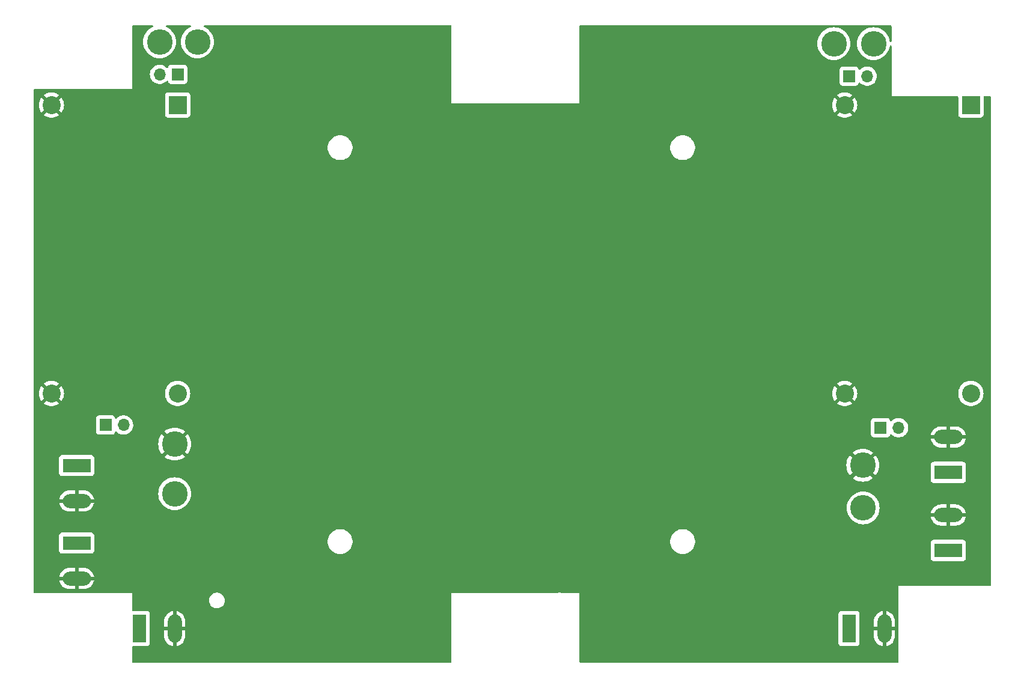
<source format=gbr>
%TF.GenerationSoftware,KiCad,Pcbnew,7.0.8*%
%TF.CreationDate,2023-10-08T21:39:19-07:00*%
%TF.ProjectId,cube2,63756265-322e-46b6-9963-61645f706362,rev?*%
%TF.SameCoordinates,Original*%
%TF.FileFunction,Copper,L2,Bot*%
%TF.FilePolarity,Positive*%
%FSLAX46Y46*%
G04 Gerber Fmt 4.6, Leading zero omitted, Abs format (unit mm)*
G04 Created by KiCad (PCBNEW 7.0.8) date 2023-10-08 21:39:19*
%MOMM*%
%LPD*%
G01*
G04 APERTURE LIST*
%TA.AperFunction,ComponentPad*%
%ADD10C,3.600000*%
%TD*%
%TA.AperFunction,ComponentPad*%
%ADD11R,1.980000X3.960000*%
%TD*%
%TA.AperFunction,ComponentPad*%
%ADD12O,1.980000X3.960000*%
%TD*%
%TA.AperFunction,ComponentPad*%
%ADD13R,3.960000X1.980000*%
%TD*%
%TA.AperFunction,ComponentPad*%
%ADD14O,3.960000X1.980000*%
%TD*%
%TA.AperFunction,ComponentPad*%
%ADD15R,1.700000X1.700000*%
%TD*%
%TA.AperFunction,ComponentPad*%
%ADD16O,1.700000X1.700000*%
%TD*%
%TA.AperFunction,ComponentPad*%
%ADD17R,2.540000X2.540000*%
%TD*%
%TA.AperFunction,ComponentPad*%
%ADD18C,2.540000*%
%TD*%
%TA.AperFunction,ViaPad*%
%ADD19C,2.540000*%
%TD*%
G04 APERTURE END LIST*
D10*
%TO.P,J13,1,Pin_1*%
%TO.N,Net-(J13-Pin_1)*%
X156464000Y-53594000D03*
%TD*%
%TO.P,J12,1,Pin_1*%
%TO.N,+BATT2*%
X150876000Y-53594000D03*
%TD*%
%TO.P,J10,1,Pin_1*%
%TO.N,Net-(J10-Pin_1)*%
X55880000Y-53340000D03*
%TD*%
%TO.P,J9,1,Pin_1*%
%TO.N,+BATT*%
X61214000Y-53340000D03*
%TD*%
D11*
%TO.P,J8,1,Pin_1*%
%TO.N,Net-(J2-Pin_1)*%
X153000000Y-136000000D03*
D12*
%TO.P,J8,2,Pin_2*%
%TO.N,GND*%
X158000000Y-136000000D03*
%TD*%
D13*
%TO.P,J7,1,Pin_1*%
%TO.N,Net-(J2-Pin_1)*%
X167000000Y-125000000D03*
D14*
%TO.P,J7,2,Pin_2*%
%TO.N,GND*%
X167000000Y-120000000D03*
%TD*%
D11*
%TO.P,J6,1,Pin_1*%
%TO.N,Net-(J1-Pin_1)*%
X53000000Y-136000000D03*
D12*
%TO.P,J6,2,Pin_2*%
%TO.N,GND*%
X58000000Y-136000000D03*
%TD*%
D14*
%TO.P,J5,2,Pin_2*%
%TO.N,GND*%
X44196000Y-128952000D03*
D13*
%TO.P,J5,1,Pin_1*%
%TO.N,Net-(J1-Pin_1)*%
X44196000Y-123952000D03*
%TD*%
%TO.P,J4,1,Pin_1*%
%TO.N,Net-(J2-Pin_1)*%
X167000000Y-114000000D03*
D14*
%TO.P,J4,2,Pin_2*%
%TO.N,GND*%
X167000000Y-109000000D03*
%TD*%
D13*
%TO.P,J15,1,Pin_1*%
%TO.N,Net-(J1-Pin_1)*%
X44196000Y-113030000D03*
D14*
%TO.P,J15,2,Pin_2*%
%TO.N,GND*%
X44196000Y-118030000D03*
%TD*%
D10*
%TO.P,J3,1,Pin_1*%
%TO.N,GND*%
X58000000Y-110000000D03*
%TD*%
D15*
%TO.P,JP4,1,A*%
%TO.N,+BATT2*%
X153035000Y-58166000D03*
D16*
%TO.P,JP4,2,B*%
%TO.N,Net-(J13-Pin_1)*%
X155575000Y-58166000D03*
%TD*%
D17*
%TO.P,U3,1,Vin*%
%TO.N,Net-(J10-Pin_1)*%
X58420000Y-62230000D03*
D18*
%TO.P,U3,2,GND*%
%TO.N,GND*%
X40640000Y-62230000D03*
%TO.P,U3,3,GND*%
X40640000Y-102870000D03*
%TO.P,U3,4,Vout*%
%TO.N,Net-(JP1-A)*%
X58420000Y-102870000D03*
%TD*%
D10*
%TO.P,J1,1,Pin_1*%
%TO.N,Net-(J1-Pin_1)*%
X58000000Y-117000000D03*
%TD*%
D17*
%TO.P,U2,1,Vin*%
%TO.N,Net-(J13-Pin_1)*%
X170180000Y-62230000D03*
D18*
%TO.P,U2,2,GND*%
%TO.N,GND*%
X152400000Y-62230000D03*
%TO.P,U2,3,GND*%
X152400000Y-102870000D03*
%TO.P,U2,4,Vout*%
%TO.N,Net-(JP2-A)*%
X170180000Y-102870000D03*
%TD*%
D10*
%TO.P,J2,1,Pin_1*%
%TO.N,Net-(J2-Pin_1)*%
X155000000Y-119000000D03*
%TD*%
D15*
%TO.P,JP3,1,A*%
%TO.N,+BATT*%
X58420000Y-57912000D03*
D16*
%TO.P,JP3,2,B*%
%TO.N,Net-(J10-Pin_1)*%
X55880000Y-57912000D03*
%TD*%
%TO.P,JP2,2,B*%
%TO.N,Net-(J2-Pin_1)*%
X160000000Y-107700000D03*
D15*
%TO.P,JP2,1,A*%
%TO.N,Net-(JP2-A)*%
X157460000Y-107700000D03*
%TD*%
D10*
%TO.P,J11,1,Pin_1*%
%TO.N,GND*%
X154940000Y-113000000D03*
%TD*%
D15*
%TO.P,JP1,1,A*%
%TO.N,Net-(JP1-A)*%
X48260000Y-107315000D03*
D16*
%TO.P,JP1,2,B*%
%TO.N,Net-(J1-Pin_1)*%
X50800000Y-107315000D03*
%TD*%
D19*
%TO.N,GND*%
X55626000Y-139192000D03*
X157988000Y-124968000D03*
X152400000Y-86614000D03*
X46990000Y-62484000D03*
X120142000Y-60452000D03*
X66040000Y-55118000D03*
X127000000Y-54864000D03*
X78232000Y-55118000D03*
%TD*%
%TA.AperFunction,Conductor*%
%TO.N,GND*%
G36*
X54940841Y-51019685D02*
G01*
X54986596Y-51072489D01*
X54996540Y-51141647D01*
X54967515Y-51205203D01*
X54928646Y-51235212D01*
X54723283Y-51336485D01*
X54723268Y-51336494D01*
X54471657Y-51504615D01*
X54244141Y-51704141D01*
X54044615Y-51931657D01*
X53876494Y-52183268D01*
X53876485Y-52183283D01*
X53742655Y-52454663D01*
X53742646Y-52454684D01*
X53645378Y-52741225D01*
X53645376Y-52741233D01*
X53645376Y-52741234D01*
X53586339Y-53038034D01*
X53566547Y-53340000D01*
X53586339Y-53641966D01*
X53645376Y-53938766D01*
X53645378Y-53938773D01*
X53645380Y-53938779D01*
X53742644Y-54225312D01*
X53742648Y-54225322D01*
X53876488Y-54496722D01*
X53876492Y-54496729D01*
X54044612Y-54748339D01*
X54244141Y-54975858D01*
X54471660Y-55175387D01*
X54723270Y-55343507D01*
X54723277Y-55343511D01*
X54994677Y-55477351D01*
X54994687Y-55477355D01*
X55199796Y-55546979D01*
X55281234Y-55574624D01*
X55578034Y-55633661D01*
X55880000Y-55653453D01*
X56181966Y-55633661D01*
X56478766Y-55574624D01*
X56671813Y-55509093D01*
X56765312Y-55477355D01*
X56765322Y-55477351D01*
X56862583Y-55429387D01*
X57036727Y-55343509D01*
X57288341Y-55175386D01*
X57515858Y-54975858D01*
X57715386Y-54748341D01*
X57883509Y-54496727D01*
X58017352Y-54225320D01*
X58114624Y-53938766D01*
X58173661Y-53641966D01*
X58193453Y-53340000D01*
X58173661Y-53038034D01*
X58114624Y-52741234D01*
X58017352Y-52454680D01*
X58008773Y-52437283D01*
X57883514Y-52183283D01*
X57883505Y-52183268D01*
X57733081Y-51958142D01*
X57715386Y-51931659D01*
X57563629Y-51758614D01*
X57515858Y-51704141D01*
X57288339Y-51504612D01*
X57036729Y-51336492D01*
X57036722Y-51336488D01*
X56831354Y-51235212D01*
X56779935Y-51187907D01*
X56762253Y-51120311D01*
X56783923Y-51053887D01*
X56838065Y-51009723D01*
X56886198Y-51000000D01*
X60207802Y-51000000D01*
X60274841Y-51019685D01*
X60320596Y-51072489D01*
X60330540Y-51141647D01*
X60301515Y-51205203D01*
X60262646Y-51235212D01*
X60057283Y-51336485D01*
X60057268Y-51336494D01*
X59805657Y-51504615D01*
X59578141Y-51704141D01*
X59378615Y-51931657D01*
X59210494Y-52183268D01*
X59210485Y-52183283D01*
X59076655Y-52454663D01*
X59076646Y-52454684D01*
X58979378Y-52741225D01*
X58979376Y-52741233D01*
X58979376Y-52741234D01*
X58920339Y-53038034D01*
X58900547Y-53340000D01*
X58920339Y-53641966D01*
X58979376Y-53938766D01*
X58979378Y-53938773D01*
X58979380Y-53938779D01*
X59076644Y-54225312D01*
X59076648Y-54225322D01*
X59210488Y-54496722D01*
X59210492Y-54496729D01*
X59378612Y-54748339D01*
X59578141Y-54975858D01*
X59805660Y-55175387D01*
X60057270Y-55343507D01*
X60057277Y-55343511D01*
X60328677Y-55477351D01*
X60328687Y-55477355D01*
X60533796Y-55546979D01*
X60615234Y-55574624D01*
X60912034Y-55633661D01*
X61214000Y-55653453D01*
X61515966Y-55633661D01*
X61812766Y-55574624D01*
X62005813Y-55509093D01*
X62099312Y-55477355D01*
X62099322Y-55477351D01*
X62196583Y-55429387D01*
X62370727Y-55343509D01*
X62622341Y-55175386D01*
X62849858Y-54975858D01*
X63049386Y-54748341D01*
X63217509Y-54496727D01*
X63351352Y-54225320D01*
X63448624Y-53938766D01*
X63507661Y-53641966D01*
X63527453Y-53340000D01*
X63507661Y-53038034D01*
X63448624Y-52741234D01*
X63351352Y-52454680D01*
X63342773Y-52437283D01*
X63217514Y-52183283D01*
X63217505Y-52183268D01*
X63067081Y-51958142D01*
X63049386Y-51931659D01*
X62897629Y-51758614D01*
X62849858Y-51704141D01*
X62622339Y-51504612D01*
X62370729Y-51336492D01*
X62370722Y-51336488D01*
X62165354Y-51235212D01*
X62113935Y-51187907D01*
X62096253Y-51120311D01*
X62117923Y-51053887D01*
X62172065Y-51009723D01*
X62220198Y-51000000D01*
X96876000Y-51000000D01*
X96943039Y-51019685D01*
X96988794Y-51072489D01*
X97000000Y-51124000D01*
X97000000Y-62000000D01*
X115000000Y-62000000D01*
X115000000Y-59064654D01*
X151676500Y-59064654D01*
X151683011Y-59125202D01*
X151683011Y-59125204D01*
X151723384Y-59233444D01*
X151734111Y-59262204D01*
X151821739Y-59379261D01*
X151938796Y-59466889D01*
X152075799Y-59517989D01*
X152103050Y-59520918D01*
X152136345Y-59524499D01*
X152136362Y-59524500D01*
X153933638Y-59524500D01*
X153933654Y-59524499D01*
X153960692Y-59521591D01*
X153994201Y-59517989D01*
X154131204Y-59466889D01*
X154248261Y-59379261D01*
X154335889Y-59262204D01*
X154381138Y-59140887D01*
X154423009Y-59084956D01*
X154488474Y-59060539D01*
X154556746Y-59075391D01*
X154588545Y-59100236D01*
X154651760Y-59168906D01*
X154829424Y-59307189D01*
X154829425Y-59307189D01*
X154829427Y-59307191D01*
X154956135Y-59375761D01*
X155027426Y-59414342D01*
X155240365Y-59487444D01*
X155462431Y-59524500D01*
X155687569Y-59524500D01*
X155909635Y-59487444D01*
X156122574Y-59414342D01*
X156320576Y-59307189D01*
X156498240Y-59168906D01*
X156650722Y-59003268D01*
X156773860Y-58814791D01*
X156864296Y-58608616D01*
X156919564Y-58390368D01*
X156938156Y-58166000D01*
X156919564Y-57941632D01*
X156864296Y-57723384D01*
X156773860Y-57517209D01*
X156742614Y-57469384D01*
X156687930Y-57385683D01*
X156650722Y-57328732D01*
X156650719Y-57328729D01*
X156650715Y-57328723D01*
X156498243Y-57163097D01*
X156498238Y-57163092D01*
X156320577Y-57024812D01*
X156320572Y-57024808D01*
X156122580Y-56917661D01*
X156122577Y-56917659D01*
X156122574Y-56917658D01*
X156122571Y-56917657D01*
X156122569Y-56917656D01*
X155909637Y-56844556D01*
X155687569Y-56807500D01*
X155462431Y-56807500D01*
X155240362Y-56844556D01*
X155027430Y-56917656D01*
X155027419Y-56917661D01*
X154829427Y-57024808D01*
X154829422Y-57024812D01*
X154651761Y-57163092D01*
X154588548Y-57231760D01*
X154528661Y-57267750D01*
X154458823Y-57265649D01*
X154401207Y-57226124D01*
X154381138Y-57191110D01*
X154335889Y-57069796D01*
X154302214Y-57024812D01*
X154248261Y-56952739D01*
X154131204Y-56865111D01*
X153994203Y-56814011D01*
X153933654Y-56807500D01*
X153933638Y-56807500D01*
X152136362Y-56807500D01*
X152136345Y-56807500D01*
X152075797Y-56814011D01*
X152075795Y-56814011D01*
X151938795Y-56865111D01*
X151821739Y-56952739D01*
X151734111Y-57069795D01*
X151683011Y-57206795D01*
X151683011Y-57206797D01*
X151676500Y-57267345D01*
X151676500Y-59064654D01*
X115000000Y-59064654D01*
X115000000Y-53594000D01*
X148562547Y-53594000D01*
X148582339Y-53895966D01*
X148641376Y-54192766D01*
X148641378Y-54192773D01*
X148641380Y-54192779D01*
X148738644Y-54479312D01*
X148738648Y-54479322D01*
X148872488Y-54750722D01*
X148872492Y-54750729D01*
X149040612Y-55002339D01*
X149240141Y-55229858D01*
X149467660Y-55429387D01*
X149719270Y-55597507D01*
X149719277Y-55597511D01*
X149990677Y-55731351D01*
X149990687Y-55731355D01*
X150192910Y-55800000D01*
X150277234Y-55828624D01*
X150574034Y-55887661D01*
X150876000Y-55907453D01*
X151177966Y-55887661D01*
X151474766Y-55828624D01*
X151667813Y-55763093D01*
X151761312Y-55731355D01*
X151761322Y-55731351D01*
X152032727Y-55597509D01*
X152284341Y-55429386D01*
X152511858Y-55229858D01*
X152711386Y-55002341D01*
X152879509Y-54750727D01*
X153013352Y-54479320D01*
X153110624Y-54192766D01*
X153169661Y-53895966D01*
X153189453Y-53594000D01*
X153169661Y-53292034D01*
X153110624Y-52995234D01*
X153013352Y-52708680D01*
X152913390Y-52505977D01*
X152879514Y-52437283D01*
X152879505Y-52437268D01*
X152834247Y-52369534D01*
X152711386Y-52185659D01*
X152667670Y-52135811D01*
X152511858Y-51958141D01*
X152284339Y-51758612D01*
X152032729Y-51590492D01*
X152032722Y-51590488D01*
X151761322Y-51456648D01*
X151761312Y-51456644D01*
X151474779Y-51359380D01*
X151474773Y-51359378D01*
X151474766Y-51359376D01*
X151177966Y-51300339D01*
X150876000Y-51280547D01*
X150574034Y-51300339D01*
X150574028Y-51300340D01*
X150574023Y-51300341D01*
X150277239Y-51359375D01*
X150277225Y-51359378D01*
X149990684Y-51456646D01*
X149990663Y-51456655D01*
X149719283Y-51590485D01*
X149719268Y-51590494D01*
X149467657Y-51758615D01*
X149240141Y-51958141D01*
X149040615Y-52185657D01*
X148872494Y-52437268D01*
X148872485Y-52437283D01*
X148738655Y-52708663D01*
X148738646Y-52708684D01*
X148641378Y-52995225D01*
X148641376Y-52995233D01*
X148641376Y-52995234D01*
X148582339Y-53292034D01*
X148562547Y-53594000D01*
X115000000Y-53594000D01*
X115000000Y-51124000D01*
X115019685Y-51056961D01*
X115072489Y-51011206D01*
X115124000Y-51000000D01*
X158876000Y-51000000D01*
X158943039Y-51019685D01*
X158988794Y-51072489D01*
X159000000Y-51124000D01*
X159000000Y-53251362D01*
X158980315Y-53318401D01*
X158927511Y-53364156D01*
X158858353Y-53374100D01*
X158794797Y-53345075D01*
X158757023Y-53286297D01*
X158754383Y-53275553D01*
X158742681Y-53216728D01*
X158698624Y-52995234D01*
X158601352Y-52708680D01*
X158501390Y-52505977D01*
X158467514Y-52437283D01*
X158467505Y-52437268D01*
X158422247Y-52369534D01*
X158299386Y-52185659D01*
X158255670Y-52135811D01*
X158099858Y-51958141D01*
X157872339Y-51758612D01*
X157620729Y-51590492D01*
X157620722Y-51590488D01*
X157349322Y-51456648D01*
X157349312Y-51456644D01*
X157062779Y-51359380D01*
X157062773Y-51359378D01*
X157062766Y-51359376D01*
X156765966Y-51300339D01*
X156464000Y-51280547D01*
X156162034Y-51300339D01*
X156162028Y-51300340D01*
X156162023Y-51300341D01*
X155865239Y-51359375D01*
X155865225Y-51359378D01*
X155578684Y-51456646D01*
X155578663Y-51456655D01*
X155307283Y-51590485D01*
X155307268Y-51590494D01*
X155055657Y-51758615D01*
X154828141Y-51958141D01*
X154628615Y-52185657D01*
X154460494Y-52437268D01*
X154460485Y-52437283D01*
X154326655Y-52708663D01*
X154326646Y-52708684D01*
X154229378Y-52995225D01*
X154229376Y-52995233D01*
X154229376Y-52995234D01*
X154170339Y-53292034D01*
X154150547Y-53594000D01*
X154170339Y-53895966D01*
X154229376Y-54192766D01*
X154229378Y-54192773D01*
X154229380Y-54192779D01*
X154326644Y-54479312D01*
X154326648Y-54479322D01*
X154460488Y-54750722D01*
X154460492Y-54750729D01*
X154628612Y-55002339D01*
X154828141Y-55229858D01*
X155055660Y-55429387D01*
X155307270Y-55597507D01*
X155307277Y-55597511D01*
X155578677Y-55731351D01*
X155578687Y-55731355D01*
X155780910Y-55800000D01*
X155865234Y-55828624D01*
X156162034Y-55887661D01*
X156464000Y-55907453D01*
X156765966Y-55887661D01*
X157062766Y-55828624D01*
X157255813Y-55763093D01*
X157349312Y-55731355D01*
X157349322Y-55731351D01*
X157620727Y-55597509D01*
X157872341Y-55429386D01*
X158099858Y-55229858D01*
X158299386Y-55002341D01*
X158467509Y-54750727D01*
X158601352Y-54479320D01*
X158698624Y-54192766D01*
X158754383Y-53912446D01*
X158786768Y-53850535D01*
X158847483Y-53815961D01*
X158917253Y-53819700D01*
X158973925Y-53860567D01*
X158999506Y-53925585D01*
X159000000Y-53936637D01*
X159000000Y-61000000D01*
X168277500Y-61000000D01*
X168344539Y-61019685D01*
X168390294Y-61072489D01*
X168401500Y-61124000D01*
X168401500Y-63548654D01*
X168408011Y-63609202D01*
X168408011Y-63609204D01*
X168459111Y-63746204D01*
X168546739Y-63863261D01*
X168663796Y-63950889D01*
X168778949Y-63993839D01*
X168795463Y-63999999D01*
X168800799Y-64001989D01*
X168828050Y-64004918D01*
X168861345Y-64008499D01*
X168861362Y-64008500D01*
X171498638Y-64008500D01*
X171498654Y-64008499D01*
X171525692Y-64005591D01*
X171559201Y-64001989D01*
X171564537Y-63999999D01*
X171573768Y-63996555D01*
X171696204Y-63950889D01*
X171813261Y-63863261D01*
X171900889Y-63746204D01*
X171951989Y-63609201D01*
X171955591Y-63575692D01*
X171958499Y-63548654D01*
X171958500Y-63548637D01*
X171958500Y-61124000D01*
X171978185Y-61056961D01*
X172030989Y-61011206D01*
X172082500Y-61000000D01*
X172876000Y-61000000D01*
X172943039Y-61019685D01*
X172988794Y-61072489D01*
X173000000Y-61124000D01*
X173000000Y-129876000D01*
X172980315Y-129943039D01*
X172927511Y-129988794D01*
X172876000Y-130000000D01*
X160000000Y-130000000D01*
X160000000Y-140675500D01*
X159980315Y-140742539D01*
X159927511Y-140788294D01*
X159876000Y-140799500D01*
X115124000Y-140799500D01*
X115056961Y-140779815D01*
X115011206Y-140727011D01*
X115000000Y-140675500D01*
X115000000Y-138028654D01*
X151501500Y-138028654D01*
X151508011Y-138089202D01*
X151508011Y-138089204D01*
X151559111Y-138226204D01*
X151646739Y-138343261D01*
X151763796Y-138430889D01*
X151900799Y-138481989D01*
X151928050Y-138484918D01*
X151961345Y-138488499D01*
X151961362Y-138488500D01*
X154038638Y-138488500D01*
X154038654Y-138488499D01*
X154065692Y-138485591D01*
X154099201Y-138481989D01*
X154236204Y-138430889D01*
X154353261Y-138343261D01*
X154440889Y-138226204D01*
X154491694Y-138089991D01*
X154491988Y-138089204D01*
X154491988Y-138089203D01*
X154491989Y-138089201D01*
X154496180Y-138050217D01*
X154498499Y-138028654D01*
X154498500Y-138028637D01*
X154498500Y-137051631D01*
X156510000Y-137051631D01*
X156525284Y-137236090D01*
X156585901Y-137475460D01*
X156685092Y-137701591D01*
X156820148Y-137908311D01*
X156987394Y-138089988D01*
X156987398Y-138089991D01*
X157182245Y-138241647D01*
X157182251Y-138241651D01*
X157399421Y-138359178D01*
X157399429Y-138359181D01*
X157632970Y-138439356D01*
X157749999Y-138458885D01*
X157750000Y-138458884D01*
X157750000Y-136611057D01*
X157840892Y-136645528D01*
X157960081Y-136660000D01*
X158039919Y-136660000D01*
X158159108Y-136645528D01*
X158250000Y-136611057D01*
X158250000Y-138458885D01*
X158367029Y-138439356D01*
X158600570Y-138359181D01*
X158600578Y-138359178D01*
X158817748Y-138241651D01*
X158817754Y-138241647D01*
X159012601Y-138089991D01*
X159012605Y-138089988D01*
X159179851Y-137908311D01*
X159314907Y-137701591D01*
X159414098Y-137475460D01*
X159474715Y-137236090D01*
X159490000Y-137051631D01*
X159490000Y-136250000D01*
X158614168Y-136250000D01*
X158621643Y-136235758D01*
X158660000Y-136080138D01*
X158660000Y-135919862D01*
X158621643Y-135764242D01*
X158614168Y-135750000D01*
X159490000Y-135750000D01*
X159490000Y-134948369D01*
X159474715Y-134763909D01*
X159414098Y-134524539D01*
X159314907Y-134298408D01*
X159179851Y-134091688D01*
X159012605Y-133910011D01*
X159012601Y-133910008D01*
X158817754Y-133758352D01*
X158817748Y-133758348D01*
X158600578Y-133640821D01*
X158600570Y-133640818D01*
X158367029Y-133560643D01*
X158250000Y-133541114D01*
X158250000Y-135388942D01*
X158159108Y-135354472D01*
X158039919Y-135340000D01*
X157960081Y-135340000D01*
X157840892Y-135354472D01*
X157750000Y-135388942D01*
X157750000Y-133541114D01*
X157749999Y-133541114D01*
X157632970Y-133560643D01*
X157399429Y-133640818D01*
X157399421Y-133640821D01*
X157182251Y-133758348D01*
X157182245Y-133758352D01*
X156987398Y-133910008D01*
X156987394Y-133910011D01*
X156820148Y-134091688D01*
X156685092Y-134298408D01*
X156585901Y-134524539D01*
X156525284Y-134763909D01*
X156510000Y-134948369D01*
X156510000Y-135750000D01*
X157385832Y-135750000D01*
X157378357Y-135764242D01*
X157340000Y-135919862D01*
X157340000Y-136080138D01*
X157378357Y-136235758D01*
X157385832Y-136250000D01*
X156510000Y-136250000D01*
X156510000Y-137051631D01*
X154498500Y-137051631D01*
X154498500Y-133971362D01*
X154498499Y-133971345D01*
X154495157Y-133940270D01*
X154491989Y-133910799D01*
X154491695Y-133910011D01*
X154469522Y-133850564D01*
X154440889Y-133773796D01*
X154353261Y-133656739D01*
X154236204Y-133569111D01*
X154213501Y-133560643D01*
X154099203Y-133518011D01*
X154038654Y-133511500D01*
X154038638Y-133511500D01*
X151961362Y-133511500D01*
X151961345Y-133511500D01*
X151900797Y-133518011D01*
X151900795Y-133518011D01*
X151763795Y-133569111D01*
X151646739Y-133656739D01*
X151559111Y-133773795D01*
X151508011Y-133910795D01*
X151508011Y-133910797D01*
X151501500Y-133971345D01*
X151501500Y-138028654D01*
X115000000Y-138028654D01*
X115000000Y-131000000D01*
X112589636Y-131000000D01*
X112543550Y-130991118D01*
X112526461Y-130984276D01*
X112526453Y-130984274D01*
X112320086Y-130944500D01*
X112320085Y-130944500D01*
X112162575Y-130944500D01*
X112005782Y-130959472D01*
X112005778Y-130959473D01*
X111945302Y-130977230D01*
X111884862Y-130994977D01*
X111849929Y-131000000D01*
X97000000Y-131000000D01*
X97000000Y-140675500D01*
X96980315Y-140742539D01*
X96927511Y-140788294D01*
X96876000Y-140799500D01*
X52124000Y-140799500D01*
X52056961Y-140779815D01*
X52011206Y-140727011D01*
X52000000Y-140675500D01*
X52000000Y-138612500D01*
X52019685Y-138545461D01*
X52072489Y-138499706D01*
X52124000Y-138488500D01*
X54038638Y-138488500D01*
X54038654Y-138488499D01*
X54065692Y-138485591D01*
X54099201Y-138481989D01*
X54236204Y-138430889D01*
X54353261Y-138343261D01*
X54440889Y-138226204D01*
X54491694Y-138089991D01*
X54491988Y-138089204D01*
X54491988Y-138089203D01*
X54491989Y-138089201D01*
X54496180Y-138050217D01*
X54498499Y-138028654D01*
X54498500Y-138028637D01*
X54498500Y-137051631D01*
X56510000Y-137051631D01*
X56525284Y-137236090D01*
X56585901Y-137475460D01*
X56685092Y-137701591D01*
X56820148Y-137908311D01*
X56987394Y-138089988D01*
X56987398Y-138089991D01*
X57182245Y-138241647D01*
X57182251Y-138241651D01*
X57399421Y-138359178D01*
X57399429Y-138359181D01*
X57632970Y-138439356D01*
X57749999Y-138458885D01*
X57750000Y-138458884D01*
X57750000Y-136611057D01*
X57840892Y-136645528D01*
X57960081Y-136660000D01*
X58039919Y-136660000D01*
X58159108Y-136645528D01*
X58250000Y-136611057D01*
X58250000Y-138458885D01*
X58367029Y-138439356D01*
X58600570Y-138359181D01*
X58600578Y-138359178D01*
X58817748Y-138241651D01*
X58817754Y-138241647D01*
X59012601Y-138089991D01*
X59012605Y-138089988D01*
X59179851Y-137908311D01*
X59314907Y-137701591D01*
X59414098Y-137475460D01*
X59474715Y-137236090D01*
X59490000Y-137051631D01*
X59490000Y-136250000D01*
X58614168Y-136250000D01*
X58621643Y-136235758D01*
X58660000Y-136080138D01*
X58660000Y-135919862D01*
X58621643Y-135764242D01*
X58614168Y-135750000D01*
X59490000Y-135750000D01*
X59490000Y-134948369D01*
X59474715Y-134763909D01*
X59414098Y-134524539D01*
X59314907Y-134298408D01*
X59179851Y-134091688D01*
X59012605Y-133910011D01*
X59012601Y-133910008D01*
X58817754Y-133758352D01*
X58817748Y-133758348D01*
X58600578Y-133640821D01*
X58600570Y-133640818D01*
X58367029Y-133560643D01*
X58250000Y-133541114D01*
X58250000Y-135388942D01*
X58159108Y-135354472D01*
X58039919Y-135340000D01*
X57960081Y-135340000D01*
X57840892Y-135354472D01*
X57750000Y-135388942D01*
X57750000Y-133541114D01*
X57749999Y-133541114D01*
X57632970Y-133560643D01*
X57399429Y-133640818D01*
X57399421Y-133640821D01*
X57182251Y-133758348D01*
X57182245Y-133758352D01*
X56987398Y-133910008D01*
X56987394Y-133910011D01*
X56820148Y-134091688D01*
X56685092Y-134298408D01*
X56585901Y-134524539D01*
X56525284Y-134763909D01*
X56510000Y-134948369D01*
X56510000Y-135750000D01*
X57385832Y-135750000D01*
X57378357Y-135764242D01*
X57340000Y-135919862D01*
X57340000Y-136080138D01*
X57378357Y-136235758D01*
X57385832Y-136250000D01*
X56510000Y-136250000D01*
X56510000Y-137051631D01*
X54498500Y-137051631D01*
X54498500Y-133971362D01*
X54498499Y-133971345D01*
X54495157Y-133940270D01*
X54491989Y-133910799D01*
X54491695Y-133910011D01*
X54469522Y-133850564D01*
X54440889Y-133773796D01*
X54353261Y-133656739D01*
X54236204Y-133569111D01*
X54213501Y-133560643D01*
X54099203Y-133518011D01*
X54038654Y-133511500D01*
X54038638Y-133511500D01*
X52124000Y-133511500D01*
X52056961Y-133491815D01*
X52011206Y-133439011D01*
X52000000Y-133387500D01*
X52000000Y-131992401D01*
X62850746Y-131992401D01*
X62860745Y-132202327D01*
X62910296Y-132406578D01*
X62910298Y-132406582D01*
X62997598Y-132597743D01*
X62997601Y-132597748D01*
X62997602Y-132597750D01*
X62997604Y-132597753D01*
X63060627Y-132686256D01*
X63119515Y-132768953D01*
X63119520Y-132768959D01*
X63271620Y-132913985D01*
X63366578Y-132975011D01*
X63448428Y-133027613D01*
X63643543Y-133105725D01*
X63746729Y-133125612D01*
X63849914Y-133145500D01*
X63849915Y-133145500D01*
X64007419Y-133145500D01*
X64007425Y-133145500D01*
X64164218Y-133130528D01*
X64365875Y-133071316D01*
X64552682Y-132975011D01*
X64717886Y-132845092D01*
X64855519Y-132686256D01*
X64960604Y-132504244D01*
X65029344Y-132305633D01*
X65059254Y-132097602D01*
X65049254Y-131887670D01*
X64999704Y-131683424D01*
X64999701Y-131683417D01*
X64912401Y-131492256D01*
X64912398Y-131492251D01*
X64912397Y-131492250D01*
X64912396Y-131492247D01*
X64790486Y-131321048D01*
X64790484Y-131321046D01*
X64790479Y-131321040D01*
X64638379Y-131176014D01*
X64461574Y-131062388D01*
X64266455Y-130984274D01*
X64060086Y-130944500D01*
X64060085Y-130944500D01*
X63902575Y-130944500D01*
X63745782Y-130959472D01*
X63745778Y-130959473D01*
X63544127Y-131018683D01*
X63357313Y-131114991D01*
X63192116Y-131244905D01*
X63192112Y-131244909D01*
X63054478Y-131403746D01*
X62949398Y-131585750D01*
X62880656Y-131784365D01*
X62880656Y-131784367D01*
X62865804Y-131887670D01*
X62850746Y-131992401D01*
X52000000Y-131992401D01*
X52000000Y-131000000D01*
X38224500Y-131000000D01*
X38157461Y-130980315D01*
X38111706Y-130927511D01*
X38100500Y-130876000D01*
X38100500Y-128701999D01*
X41737114Y-128701999D01*
X41737116Y-128702000D01*
X43581832Y-128702000D01*
X43574357Y-128716242D01*
X43536000Y-128871862D01*
X43536000Y-129032138D01*
X43574357Y-129187758D01*
X43581832Y-129202000D01*
X41737115Y-129202000D01*
X41756643Y-129319029D01*
X41836818Y-129552570D01*
X41836821Y-129552578D01*
X41954348Y-129769748D01*
X41954352Y-129769754D01*
X42106008Y-129964601D01*
X42106011Y-129964605D01*
X42287688Y-130131851D01*
X42494408Y-130266907D01*
X42720539Y-130366098D01*
X42959909Y-130426715D01*
X43144369Y-130442000D01*
X43946000Y-130442000D01*
X43946000Y-129563057D01*
X44036892Y-129597528D01*
X44156081Y-129612000D01*
X44235919Y-129612000D01*
X44355108Y-129597528D01*
X44446000Y-129563057D01*
X44446000Y-130442000D01*
X45247631Y-130442000D01*
X45432090Y-130426715D01*
X45671460Y-130366098D01*
X45897591Y-130266907D01*
X46104311Y-130131851D01*
X46285988Y-129964605D01*
X46285991Y-129964601D01*
X46437647Y-129769754D01*
X46437651Y-129769748D01*
X46555178Y-129552578D01*
X46555181Y-129552570D01*
X46635356Y-129319029D01*
X46654885Y-129202000D01*
X44810168Y-129202000D01*
X44817643Y-129187758D01*
X44856000Y-129032138D01*
X44856000Y-128871862D01*
X44817643Y-128716242D01*
X44810168Y-128702000D01*
X46654884Y-128702000D01*
X46654885Y-128701999D01*
X46635356Y-128584970D01*
X46555181Y-128351429D01*
X46555178Y-128351421D01*
X46437651Y-128134251D01*
X46437647Y-128134245D01*
X46285991Y-127939398D01*
X46285988Y-127939394D01*
X46104311Y-127772148D01*
X45897591Y-127637092D01*
X45671460Y-127537901D01*
X45432090Y-127477284D01*
X45247631Y-127462000D01*
X44446000Y-127462000D01*
X44446000Y-128340942D01*
X44355108Y-128306472D01*
X44235919Y-128292000D01*
X44156081Y-128292000D01*
X44036892Y-128306472D01*
X43946000Y-128340942D01*
X43946000Y-127462000D01*
X43144369Y-127462000D01*
X42959909Y-127477284D01*
X42720539Y-127537901D01*
X42494408Y-127637092D01*
X42287688Y-127772148D01*
X42106011Y-127939394D01*
X42106008Y-127939398D01*
X41954352Y-128134245D01*
X41954348Y-128134251D01*
X41836821Y-128351421D01*
X41836818Y-128351429D01*
X41756643Y-128584970D01*
X41737114Y-128701999D01*
X38100500Y-128701999D01*
X38100500Y-126038654D01*
X164511500Y-126038654D01*
X164518011Y-126099202D01*
X164518011Y-126099204D01*
X164569111Y-126236204D01*
X164656739Y-126353261D01*
X164773796Y-126440889D01*
X164910799Y-126491989D01*
X164938050Y-126494918D01*
X164971345Y-126498499D01*
X164971362Y-126498500D01*
X169028638Y-126498500D01*
X169028654Y-126498499D01*
X169055692Y-126495591D01*
X169089201Y-126491989D01*
X169226204Y-126440889D01*
X169343261Y-126353261D01*
X169430889Y-126236204D01*
X169481989Y-126099201D01*
X169485591Y-126065692D01*
X169488499Y-126038654D01*
X169488500Y-126038637D01*
X169488500Y-123961362D01*
X169488499Y-123961345D01*
X169485157Y-123930270D01*
X169481989Y-123900799D01*
X169472807Y-123876182D01*
X169459522Y-123840564D01*
X169430889Y-123763796D01*
X169343261Y-123646739D01*
X169226204Y-123559111D01*
X169089203Y-123508011D01*
X169028654Y-123501500D01*
X169028638Y-123501500D01*
X164971362Y-123501500D01*
X164971345Y-123501500D01*
X164910797Y-123508011D01*
X164910795Y-123508011D01*
X164773795Y-123559111D01*
X164656739Y-123646739D01*
X164569111Y-123763795D01*
X164518011Y-123900795D01*
X164518011Y-123900797D01*
X164511500Y-123961345D01*
X164511500Y-126038654D01*
X38100500Y-126038654D01*
X38100500Y-124990654D01*
X41707500Y-124990654D01*
X41714011Y-125051202D01*
X41714011Y-125051204D01*
X41765111Y-125188204D01*
X41852739Y-125305261D01*
X41969796Y-125392889D01*
X42106799Y-125443989D01*
X42134050Y-125446918D01*
X42167345Y-125450499D01*
X42167362Y-125450500D01*
X46224638Y-125450500D01*
X46224654Y-125450499D01*
X46251692Y-125447591D01*
X46285201Y-125443989D01*
X46422204Y-125392889D01*
X46539261Y-125305261D01*
X46626889Y-125188204D01*
X46677989Y-125051201D01*
X46681591Y-125017692D01*
X46684499Y-124990654D01*
X46684500Y-124990637D01*
X46684500Y-123876187D01*
X79554500Y-123876187D01*
X79567339Y-123961362D01*
X79593604Y-124135615D01*
X79593605Y-124135617D01*
X79593606Y-124135623D01*
X79670938Y-124386326D01*
X79784767Y-124622696D01*
X79784768Y-124622697D01*
X79784770Y-124622700D01*
X79784772Y-124622704D01*
X79932567Y-124839479D01*
X80111014Y-125031801D01*
X80111018Y-125031804D01*
X80111019Y-125031805D01*
X80316143Y-125195386D01*
X80543357Y-125326568D01*
X80787584Y-125422420D01*
X81043370Y-125480802D01*
X81043376Y-125480802D01*
X81043379Y-125480803D01*
X81239500Y-125495500D01*
X81239506Y-125495500D01*
X81370500Y-125495500D01*
X81566620Y-125480803D01*
X81566622Y-125480802D01*
X81566630Y-125480802D01*
X81822416Y-125422420D01*
X82066643Y-125326568D01*
X82293857Y-125195386D01*
X82498981Y-125031805D01*
X82677433Y-124839479D01*
X82825228Y-124622704D01*
X82939063Y-124386323D01*
X83016396Y-124135615D01*
X83055499Y-123876187D01*
X127814500Y-123876187D01*
X127827339Y-123961362D01*
X127853604Y-124135615D01*
X127853605Y-124135617D01*
X127853606Y-124135623D01*
X127930938Y-124386326D01*
X128044767Y-124622696D01*
X128044768Y-124622697D01*
X128044770Y-124622700D01*
X128044772Y-124622704D01*
X128192567Y-124839479D01*
X128371014Y-125031801D01*
X128371018Y-125031804D01*
X128371019Y-125031805D01*
X128576143Y-125195386D01*
X128803357Y-125326568D01*
X129047584Y-125422420D01*
X129303370Y-125480802D01*
X129303376Y-125480802D01*
X129303379Y-125480803D01*
X129499500Y-125495500D01*
X129499506Y-125495500D01*
X129630500Y-125495500D01*
X129826620Y-125480803D01*
X129826622Y-125480802D01*
X129826630Y-125480802D01*
X130082416Y-125422420D01*
X130326643Y-125326568D01*
X130553857Y-125195386D01*
X130758981Y-125031805D01*
X130937433Y-124839479D01*
X131085228Y-124622704D01*
X131199063Y-124386323D01*
X131276396Y-124135615D01*
X131315500Y-123876182D01*
X131315500Y-123613818D01*
X131276396Y-123354385D01*
X131199063Y-123103677D01*
X131187121Y-123078880D01*
X131085232Y-122867303D01*
X131085231Y-122867302D01*
X131085230Y-122867301D01*
X131085228Y-122867296D01*
X130937433Y-122650521D01*
X130927441Y-122639753D01*
X130758985Y-122458198D01*
X130719533Y-122426736D01*
X130553857Y-122294614D01*
X130326643Y-122163432D01*
X130082416Y-122067580D01*
X130082411Y-122067578D01*
X130082402Y-122067576D01*
X129864818Y-122017914D01*
X129826630Y-122009198D01*
X129826629Y-122009197D01*
X129826625Y-122009197D01*
X129826620Y-122009196D01*
X129630500Y-121994500D01*
X129630494Y-121994500D01*
X129499506Y-121994500D01*
X129499500Y-121994500D01*
X129303379Y-122009196D01*
X129303374Y-122009197D01*
X129047597Y-122067576D01*
X129047578Y-122067582D01*
X128803356Y-122163432D01*
X128576143Y-122294614D01*
X128371014Y-122458198D01*
X128192567Y-122650520D01*
X128044768Y-122867302D01*
X128044767Y-122867303D01*
X127930938Y-123103673D01*
X127853606Y-123354376D01*
X127853605Y-123354381D01*
X127853604Y-123354385D01*
X127838853Y-123452247D01*
X127814500Y-123613812D01*
X127814500Y-123876187D01*
X83055499Y-123876187D01*
X83055500Y-123876182D01*
X83055500Y-123613818D01*
X83016396Y-123354385D01*
X82939063Y-123103677D01*
X82927121Y-123078880D01*
X82825232Y-122867303D01*
X82825231Y-122867302D01*
X82825230Y-122867301D01*
X82825228Y-122867296D01*
X82677433Y-122650521D01*
X82667441Y-122639753D01*
X82498985Y-122458198D01*
X82459533Y-122426736D01*
X82293857Y-122294614D01*
X82066643Y-122163432D01*
X81822416Y-122067580D01*
X81822411Y-122067578D01*
X81822402Y-122067576D01*
X81604818Y-122017914D01*
X81566630Y-122009198D01*
X81566629Y-122009197D01*
X81566625Y-122009197D01*
X81566620Y-122009196D01*
X81370500Y-121994500D01*
X81370494Y-121994500D01*
X81239506Y-121994500D01*
X81239500Y-121994500D01*
X81043379Y-122009196D01*
X81043374Y-122009197D01*
X80787597Y-122067576D01*
X80787578Y-122067582D01*
X80543356Y-122163432D01*
X80316143Y-122294614D01*
X80111014Y-122458198D01*
X79932567Y-122650520D01*
X79784768Y-122867302D01*
X79784767Y-122867303D01*
X79670938Y-123103673D01*
X79593606Y-123354376D01*
X79593605Y-123354381D01*
X79593604Y-123354385D01*
X79578853Y-123452247D01*
X79554500Y-123613812D01*
X79554500Y-123876187D01*
X46684500Y-123876187D01*
X46684500Y-122913362D01*
X46684499Y-122913345D01*
X46679548Y-122867302D01*
X46677989Y-122852799D01*
X46626889Y-122715796D01*
X46539261Y-122598739D01*
X46422204Y-122511111D01*
X46285203Y-122460011D01*
X46224654Y-122453500D01*
X46224638Y-122453500D01*
X42167362Y-122453500D01*
X42167345Y-122453500D01*
X42106797Y-122460011D01*
X42106795Y-122460011D01*
X41969795Y-122511111D01*
X41852739Y-122598739D01*
X41765111Y-122715795D01*
X41714011Y-122852795D01*
X41714011Y-122852797D01*
X41707500Y-122913345D01*
X41707500Y-124990654D01*
X38100500Y-124990654D01*
X38100500Y-117779999D01*
X41737114Y-117779999D01*
X41737116Y-117780000D01*
X43581832Y-117780000D01*
X43574357Y-117794242D01*
X43536000Y-117949862D01*
X43536000Y-118110138D01*
X43574357Y-118265758D01*
X43581832Y-118280000D01*
X41737115Y-118280000D01*
X41756643Y-118397029D01*
X41836818Y-118630570D01*
X41836821Y-118630578D01*
X41954348Y-118847748D01*
X41954352Y-118847754D01*
X42106008Y-119042601D01*
X42106011Y-119042605D01*
X42287688Y-119209851D01*
X42494408Y-119344907D01*
X42720539Y-119444098D01*
X42959909Y-119504715D01*
X43144369Y-119520000D01*
X43946000Y-119520000D01*
X43946000Y-118641057D01*
X44036892Y-118675528D01*
X44156081Y-118690000D01*
X44235919Y-118690000D01*
X44355108Y-118675528D01*
X44446000Y-118641057D01*
X44446000Y-119520000D01*
X45247631Y-119520000D01*
X45432090Y-119504715D01*
X45671460Y-119444098D01*
X45897591Y-119344907D01*
X46104311Y-119209851D01*
X46285988Y-119042605D01*
X46285991Y-119042601D01*
X46437647Y-118847754D01*
X46437651Y-118847748D01*
X46555178Y-118630578D01*
X46555181Y-118630570D01*
X46635356Y-118397029D01*
X46654885Y-118280000D01*
X44810168Y-118280000D01*
X44817643Y-118265758D01*
X44856000Y-118110138D01*
X44856000Y-117949862D01*
X44817643Y-117794242D01*
X44810168Y-117780000D01*
X46654884Y-117780000D01*
X46654885Y-117779999D01*
X46635356Y-117662970D01*
X46555181Y-117429429D01*
X46555178Y-117429421D01*
X46437651Y-117212251D01*
X46437647Y-117212245D01*
X46285991Y-117017398D01*
X46285988Y-117017394D01*
X46267093Y-117000000D01*
X55686547Y-117000000D01*
X55706339Y-117301966D01*
X55765376Y-117598766D01*
X55765378Y-117598773D01*
X55765380Y-117598779D01*
X55862644Y-117885312D01*
X55862648Y-117885322D01*
X55996488Y-118156722D01*
X55996492Y-118156729D01*
X56164612Y-118408339D01*
X56364141Y-118635858D01*
X56591660Y-118835387D01*
X56843270Y-119003507D01*
X56843277Y-119003511D01*
X57114677Y-119137351D01*
X57114687Y-119137355D01*
X57246930Y-119182245D01*
X57401234Y-119234624D01*
X57698034Y-119293661D01*
X58000000Y-119313453D01*
X58301966Y-119293661D01*
X58598766Y-119234624D01*
X58791813Y-119169093D01*
X58885312Y-119137355D01*
X58885322Y-119137351D01*
X59156727Y-119003509D01*
X59161979Y-119000000D01*
X152686547Y-119000000D01*
X152706339Y-119301966D01*
X152765376Y-119598766D01*
X152765378Y-119598773D01*
X152765380Y-119598779D01*
X152862644Y-119885312D01*
X152862648Y-119885322D01*
X152996488Y-120156722D01*
X152996492Y-120156729D01*
X153164612Y-120408339D01*
X153364141Y-120635858D01*
X153591660Y-120835387D01*
X153843270Y-121003507D01*
X153843277Y-121003511D01*
X154114677Y-121137351D01*
X154114687Y-121137355D01*
X154319796Y-121206979D01*
X154401234Y-121234624D01*
X154698034Y-121293661D01*
X155000000Y-121313453D01*
X155301966Y-121293661D01*
X155598766Y-121234624D01*
X155791813Y-121169093D01*
X155885312Y-121137355D01*
X155885322Y-121137351D01*
X156156727Y-121003509D01*
X156408341Y-120835386D01*
X156635858Y-120635858D01*
X156835386Y-120408341D01*
X157003509Y-120156727D01*
X157137352Y-119885320D01*
X157183287Y-119749999D01*
X164541114Y-119749999D01*
X164541116Y-119750000D01*
X166385832Y-119750000D01*
X166378357Y-119764242D01*
X166340000Y-119919862D01*
X166340000Y-120080138D01*
X166378357Y-120235758D01*
X166385832Y-120250000D01*
X164541115Y-120250000D01*
X164560643Y-120367029D01*
X164640818Y-120600570D01*
X164640821Y-120600578D01*
X164758348Y-120817748D01*
X164758352Y-120817754D01*
X164910008Y-121012601D01*
X164910011Y-121012605D01*
X165091688Y-121179851D01*
X165298408Y-121314907D01*
X165524539Y-121414098D01*
X165763909Y-121474715D01*
X165948369Y-121490000D01*
X166750000Y-121490000D01*
X166750000Y-120611057D01*
X166840892Y-120645528D01*
X166960081Y-120660000D01*
X167039919Y-120660000D01*
X167159108Y-120645528D01*
X167250000Y-120611057D01*
X167250000Y-121490000D01*
X168051631Y-121490000D01*
X168236090Y-121474715D01*
X168475460Y-121414098D01*
X168701591Y-121314907D01*
X168908311Y-121179851D01*
X169089988Y-121012605D01*
X169089991Y-121012601D01*
X169241647Y-120817754D01*
X169241651Y-120817748D01*
X169359178Y-120600578D01*
X169359181Y-120600570D01*
X169439356Y-120367029D01*
X169458885Y-120250000D01*
X167614168Y-120250000D01*
X167621643Y-120235758D01*
X167660000Y-120080138D01*
X167660000Y-119919862D01*
X167621643Y-119764242D01*
X167614168Y-119750000D01*
X169458884Y-119750000D01*
X169458885Y-119749999D01*
X169439356Y-119632970D01*
X169359181Y-119399429D01*
X169359178Y-119399421D01*
X169241651Y-119182251D01*
X169241647Y-119182245D01*
X169089991Y-118987398D01*
X169089988Y-118987394D01*
X168908311Y-118820148D01*
X168701591Y-118685092D01*
X168475460Y-118585901D01*
X168236090Y-118525284D01*
X168051631Y-118510000D01*
X167250000Y-118510000D01*
X167250000Y-119388942D01*
X167159108Y-119354472D01*
X167039919Y-119340000D01*
X166960081Y-119340000D01*
X166840892Y-119354472D01*
X166750000Y-119388942D01*
X166750000Y-118510000D01*
X165948369Y-118510000D01*
X165763909Y-118525284D01*
X165524539Y-118585901D01*
X165298408Y-118685092D01*
X165091688Y-118820148D01*
X164910011Y-118987394D01*
X164910008Y-118987398D01*
X164758352Y-119182245D01*
X164758348Y-119182251D01*
X164640821Y-119399421D01*
X164640818Y-119399429D01*
X164560643Y-119632970D01*
X164541114Y-119749999D01*
X157183287Y-119749999D01*
X157234624Y-119598766D01*
X157293661Y-119301966D01*
X157313453Y-119000000D01*
X157293661Y-118698034D01*
X157234624Y-118401234D01*
X157137352Y-118114680D01*
X157137344Y-118114663D01*
X157003514Y-117843283D01*
X157003505Y-117843268D01*
X156883034Y-117662970D01*
X156835386Y-117591659D01*
X156783378Y-117532355D01*
X156635858Y-117364141D01*
X156408339Y-117164612D01*
X156156729Y-116996492D01*
X156156722Y-116996488D01*
X155885322Y-116862648D01*
X155885312Y-116862644D01*
X155598779Y-116765380D01*
X155598773Y-116765378D01*
X155598766Y-116765376D01*
X155301966Y-116706339D01*
X155000000Y-116686547D01*
X154698034Y-116706339D01*
X154698028Y-116706340D01*
X154698023Y-116706341D01*
X154401239Y-116765375D01*
X154401225Y-116765378D01*
X154114684Y-116862646D01*
X154114663Y-116862655D01*
X153843283Y-116996485D01*
X153843268Y-116996494D01*
X153591657Y-117164615D01*
X153364141Y-117364141D01*
X153164615Y-117591657D01*
X152996494Y-117843268D01*
X152996485Y-117843283D01*
X152862655Y-118114663D01*
X152862646Y-118114684D01*
X152765378Y-118401225D01*
X152765375Y-118401239D01*
X152718707Y-118635858D01*
X152706339Y-118698034D01*
X152686547Y-119000000D01*
X59161979Y-119000000D01*
X59408341Y-118835386D01*
X59635858Y-118635858D01*
X59835386Y-118408341D01*
X60003509Y-118156727D01*
X60137352Y-117885320D01*
X60234624Y-117598766D01*
X60293661Y-117301966D01*
X60313453Y-117000000D01*
X60293661Y-116698034D01*
X60234624Y-116401234D01*
X60137352Y-116114680D01*
X60137344Y-116114663D01*
X60003514Y-115843283D01*
X60003505Y-115843268D01*
X60001242Y-115839881D01*
X59835386Y-115591659D01*
X59791670Y-115541811D01*
X59635858Y-115364141D01*
X59408339Y-115164612D01*
X59156729Y-114996492D01*
X59156722Y-114996488D01*
X58885322Y-114862648D01*
X58885312Y-114862644D01*
X58598779Y-114765380D01*
X58598773Y-114765378D01*
X58598766Y-114765376D01*
X58301966Y-114706339D01*
X58000000Y-114686547D01*
X57698034Y-114706339D01*
X57698028Y-114706340D01*
X57698023Y-114706341D01*
X57401239Y-114765375D01*
X57401225Y-114765378D01*
X57114684Y-114862646D01*
X57114663Y-114862655D01*
X56843283Y-114996485D01*
X56843268Y-114996494D01*
X56591657Y-115164615D01*
X56364141Y-115364141D01*
X56164615Y-115591657D01*
X55996494Y-115843268D01*
X55996485Y-115843283D01*
X55862655Y-116114663D01*
X55862646Y-116114684D01*
X55765378Y-116401225D01*
X55765376Y-116401233D01*
X55765376Y-116401234D01*
X55706339Y-116698034D01*
X55686547Y-117000000D01*
X46267093Y-117000000D01*
X46104311Y-116850148D01*
X45897591Y-116715092D01*
X45671460Y-116615901D01*
X45432090Y-116555284D01*
X45247631Y-116540000D01*
X44446000Y-116540000D01*
X44446000Y-117418942D01*
X44355108Y-117384472D01*
X44235919Y-117370000D01*
X44156081Y-117370000D01*
X44036892Y-117384472D01*
X43946000Y-117418942D01*
X43946000Y-116540000D01*
X43144369Y-116540000D01*
X42959909Y-116555284D01*
X42720539Y-116615901D01*
X42494408Y-116715092D01*
X42287688Y-116850148D01*
X42106011Y-117017394D01*
X42106008Y-117017398D01*
X41954352Y-117212245D01*
X41954348Y-117212251D01*
X41836821Y-117429421D01*
X41836818Y-117429429D01*
X41756643Y-117662970D01*
X41737114Y-117779999D01*
X38100500Y-117779999D01*
X38100500Y-114068654D01*
X41707500Y-114068654D01*
X41714011Y-114129202D01*
X41714011Y-114129204D01*
X41765111Y-114266204D01*
X41852739Y-114383261D01*
X41969796Y-114470889D01*
X42106799Y-114521989D01*
X42134050Y-114524918D01*
X42167345Y-114528499D01*
X42167362Y-114528500D01*
X46224638Y-114528500D01*
X46224654Y-114528499D01*
X46251692Y-114525591D01*
X46285201Y-114521989D01*
X46422204Y-114470889D01*
X46539261Y-114383261D01*
X46626889Y-114266204D01*
X46677989Y-114129201D01*
X46681591Y-114095692D01*
X46684499Y-114068654D01*
X46684500Y-114068637D01*
X46684500Y-113000000D01*
X152635065Y-113000000D01*
X152654784Y-113300852D01*
X152654786Y-113300864D01*
X152713602Y-113596553D01*
X152713607Y-113596573D01*
X152810514Y-113882052D01*
X152810518Y-113882062D01*
X152943868Y-114152469D01*
X153111371Y-114403155D01*
X153111374Y-114403159D01*
X153144973Y-114441470D01*
X153144974Y-114441470D01*
X154078348Y-113508096D01*
X154145146Y-113615263D01*
X154285268Y-113762671D01*
X154430085Y-113863467D01*
X153498528Y-114795024D01*
X153498528Y-114795025D01*
X153536840Y-114828625D01*
X153536844Y-114828628D01*
X153787530Y-114996131D01*
X154057937Y-115129481D01*
X154057947Y-115129485D01*
X154343426Y-115226392D01*
X154343446Y-115226397D01*
X154639135Y-115285213D01*
X154639147Y-115285215D01*
X154940000Y-115304934D01*
X155240852Y-115285215D01*
X155240864Y-115285213D01*
X155536553Y-115226397D01*
X155536573Y-115226392D01*
X155822052Y-115129485D01*
X155822062Y-115129481D01*
X156006241Y-115038654D01*
X164511500Y-115038654D01*
X164518011Y-115099202D01*
X164518011Y-115099204D01*
X164542409Y-115164615D01*
X164569111Y-115236204D01*
X164656739Y-115353261D01*
X164773796Y-115440889D01*
X164910799Y-115491989D01*
X164938050Y-115494918D01*
X164971345Y-115498499D01*
X164971362Y-115498500D01*
X169028638Y-115498500D01*
X169028654Y-115498499D01*
X169055692Y-115495591D01*
X169089201Y-115491989D01*
X169226204Y-115440889D01*
X169343261Y-115353261D01*
X169430889Y-115236204D01*
X169481989Y-115099201D01*
X169485591Y-115065692D01*
X169488499Y-115038654D01*
X169488500Y-115038637D01*
X169488500Y-112961362D01*
X169488499Y-112961345D01*
X169485157Y-112930270D01*
X169481989Y-112900799D01*
X169430889Y-112763796D01*
X169343261Y-112646739D01*
X169226204Y-112559111D01*
X169221442Y-112557335D01*
X169089203Y-112508011D01*
X169028654Y-112501500D01*
X169028638Y-112501500D01*
X164971362Y-112501500D01*
X164971345Y-112501500D01*
X164910797Y-112508011D01*
X164910795Y-112508011D01*
X164773795Y-112559111D01*
X164656739Y-112646739D01*
X164569111Y-112763795D01*
X164518011Y-112900795D01*
X164518011Y-112900797D01*
X164511500Y-112961345D01*
X164511500Y-115038654D01*
X156006241Y-115038654D01*
X156092469Y-114996131D01*
X156343157Y-114828627D01*
X156381470Y-114795025D01*
X156381470Y-114795023D01*
X155448125Y-113861678D01*
X155514214Y-113824996D01*
X155668531Y-113692520D01*
X155793021Y-113531692D01*
X155803625Y-113510072D01*
X156735023Y-114441470D01*
X156735025Y-114441470D01*
X156768627Y-114403157D01*
X156936131Y-114152469D01*
X157069481Y-113882062D01*
X157069485Y-113882052D01*
X157166392Y-113596573D01*
X157166397Y-113596553D01*
X157225213Y-113300864D01*
X157225215Y-113300852D01*
X157244934Y-113000000D01*
X157225215Y-112699147D01*
X157225213Y-112699135D01*
X157166397Y-112403446D01*
X157166393Y-112403431D01*
X157069483Y-112117944D01*
X157069474Y-112117923D01*
X156936129Y-111847528D01*
X156768633Y-111596851D01*
X156768625Y-111596840D01*
X156735025Y-111558528D01*
X156735024Y-111558528D01*
X155801650Y-112491902D01*
X155734854Y-112384737D01*
X155594732Y-112237329D01*
X155449913Y-112136532D01*
X156381470Y-111204974D01*
X156381470Y-111204973D01*
X156343159Y-111171374D01*
X156343155Y-111171371D01*
X156092469Y-111003868D01*
X155822062Y-110870518D01*
X155822052Y-110870514D01*
X155536573Y-110773607D01*
X155536553Y-110773602D01*
X155240864Y-110714786D01*
X155240852Y-110714784D01*
X154940000Y-110695065D01*
X154639147Y-110714784D01*
X154639135Y-110714786D01*
X154343446Y-110773602D01*
X154343431Y-110773606D01*
X154057944Y-110870516D01*
X154057923Y-110870525D01*
X153787528Y-111003870D01*
X153536844Y-111171370D01*
X153536837Y-111171376D01*
X153498528Y-111204972D01*
X153498527Y-111204974D01*
X154431875Y-112138321D01*
X154365786Y-112175004D01*
X154211469Y-112307480D01*
X154086979Y-112468308D01*
X154076374Y-112489927D01*
X153144974Y-111558527D01*
X153144972Y-111558528D01*
X153111376Y-111596837D01*
X153111370Y-111596844D01*
X152943870Y-111847528D01*
X152810525Y-112117923D01*
X152810516Y-112117944D01*
X152713606Y-112403431D01*
X152713602Y-112403446D01*
X152654786Y-112699135D01*
X152654784Y-112699147D01*
X152635065Y-113000000D01*
X46684500Y-113000000D01*
X46684500Y-111991362D01*
X46684499Y-111991345D01*
X46681157Y-111960270D01*
X46677989Y-111930799D01*
X46626889Y-111793796D01*
X46539261Y-111676739D01*
X46422204Y-111589111D01*
X46285203Y-111538011D01*
X46224654Y-111531500D01*
X46224638Y-111531500D01*
X42167362Y-111531500D01*
X42167345Y-111531500D01*
X42106797Y-111538011D01*
X42106795Y-111538011D01*
X41969795Y-111589111D01*
X41852739Y-111676739D01*
X41765111Y-111793795D01*
X41714011Y-111930795D01*
X41714011Y-111930797D01*
X41707500Y-111991345D01*
X41707500Y-114068654D01*
X38100500Y-114068654D01*
X38100500Y-110000000D01*
X55695065Y-110000000D01*
X55714784Y-110300852D01*
X55714786Y-110300864D01*
X55773602Y-110596553D01*
X55773607Y-110596573D01*
X55870514Y-110882052D01*
X55870518Y-110882062D01*
X56003868Y-111152469D01*
X56171371Y-111403155D01*
X56171374Y-111403159D01*
X56204973Y-111441470D01*
X56204974Y-111441470D01*
X57138348Y-110508096D01*
X57205146Y-110615263D01*
X57345268Y-110762671D01*
X57490085Y-110863467D01*
X56558528Y-111795024D01*
X56558528Y-111795025D01*
X56596840Y-111828625D01*
X56596844Y-111828628D01*
X56847530Y-111996131D01*
X57117937Y-112129481D01*
X57117947Y-112129485D01*
X57403426Y-112226392D01*
X57403446Y-112226397D01*
X57699135Y-112285213D01*
X57699147Y-112285215D01*
X58000000Y-112304934D01*
X58300852Y-112285215D01*
X58300864Y-112285213D01*
X58596553Y-112226397D01*
X58596573Y-112226392D01*
X58882052Y-112129485D01*
X58882062Y-112129481D01*
X59152469Y-111996131D01*
X59403157Y-111828627D01*
X59441470Y-111795025D01*
X59441470Y-111795023D01*
X58508125Y-110861678D01*
X58574214Y-110824996D01*
X58728531Y-110692520D01*
X58853021Y-110531692D01*
X58863625Y-110510072D01*
X59795023Y-111441470D01*
X59795025Y-111441470D01*
X59828627Y-111403157D01*
X59996131Y-111152469D01*
X60129481Y-110882062D01*
X60129485Y-110882052D01*
X60226392Y-110596573D01*
X60226397Y-110596553D01*
X60285213Y-110300864D01*
X60285215Y-110300852D01*
X60304934Y-110000000D01*
X60285215Y-109699147D01*
X60285213Y-109699135D01*
X60226397Y-109403446D01*
X60226393Y-109403431D01*
X60129483Y-109117944D01*
X60129474Y-109117923D01*
X59996129Y-108847528D01*
X59829838Y-108598654D01*
X156101500Y-108598654D01*
X156108011Y-108659202D01*
X156108011Y-108659204D01*
X156159111Y-108796204D01*
X156246739Y-108913261D01*
X156363796Y-109000889D01*
X156500799Y-109051989D01*
X156528050Y-109054918D01*
X156561345Y-109058499D01*
X156561362Y-109058500D01*
X158358638Y-109058500D01*
X158358654Y-109058499D01*
X158385692Y-109055591D01*
X158419201Y-109051989D01*
X158556204Y-109000889D01*
X158673261Y-108913261D01*
X158760889Y-108796204D01*
X158806138Y-108674887D01*
X158848009Y-108618956D01*
X158913474Y-108594539D01*
X158981746Y-108609391D01*
X159013545Y-108634236D01*
X159076760Y-108702906D01*
X159254424Y-108841189D01*
X159254425Y-108841189D01*
X159254427Y-108841191D01*
X159266137Y-108847528D01*
X159452426Y-108948342D01*
X159665365Y-109021444D01*
X159887431Y-109058500D01*
X160112569Y-109058500D01*
X160334635Y-109021444D01*
X160547574Y-108948342D01*
X160745576Y-108841189D01*
X160862736Y-108749999D01*
X164541114Y-108749999D01*
X164541116Y-108750000D01*
X166385832Y-108750000D01*
X166378357Y-108764242D01*
X166340000Y-108919862D01*
X166340000Y-109080138D01*
X166378357Y-109235758D01*
X166385832Y-109250000D01*
X164541115Y-109250000D01*
X164560643Y-109367029D01*
X164640818Y-109600570D01*
X164640821Y-109600578D01*
X164758348Y-109817748D01*
X164758352Y-109817754D01*
X164910008Y-110012601D01*
X164910011Y-110012605D01*
X165091688Y-110179851D01*
X165298408Y-110314907D01*
X165524539Y-110414098D01*
X165763909Y-110474715D01*
X165948369Y-110490000D01*
X166750000Y-110490000D01*
X166750000Y-109611057D01*
X166840892Y-109645528D01*
X166960081Y-109660000D01*
X167039919Y-109660000D01*
X167159108Y-109645528D01*
X167250000Y-109611057D01*
X167250000Y-110490000D01*
X168051631Y-110490000D01*
X168236090Y-110474715D01*
X168475460Y-110414098D01*
X168701591Y-110314907D01*
X168908311Y-110179851D01*
X169089988Y-110012605D01*
X169089991Y-110012601D01*
X169241647Y-109817754D01*
X169241651Y-109817748D01*
X169359178Y-109600578D01*
X169359181Y-109600570D01*
X169439356Y-109367029D01*
X169458885Y-109250000D01*
X167614168Y-109250000D01*
X167621643Y-109235758D01*
X167660000Y-109080138D01*
X167660000Y-108919862D01*
X167621643Y-108764242D01*
X167614168Y-108750000D01*
X169458884Y-108750000D01*
X169458885Y-108749999D01*
X169439356Y-108632970D01*
X169359181Y-108399429D01*
X169359178Y-108399421D01*
X169241651Y-108182251D01*
X169241647Y-108182245D01*
X169089991Y-107987398D01*
X169089988Y-107987394D01*
X168908311Y-107820148D01*
X168701591Y-107685092D01*
X168475460Y-107585901D01*
X168236090Y-107525284D01*
X168051631Y-107510000D01*
X167250000Y-107510000D01*
X167250000Y-108388942D01*
X167159108Y-108354472D01*
X167039919Y-108340000D01*
X166960081Y-108340000D01*
X166840892Y-108354472D01*
X166750000Y-108388942D01*
X166750000Y-107510000D01*
X165948369Y-107510000D01*
X165763909Y-107525284D01*
X165524539Y-107585901D01*
X165298408Y-107685092D01*
X165091688Y-107820148D01*
X164910011Y-107987394D01*
X164910008Y-107987398D01*
X164758352Y-108182245D01*
X164758348Y-108182251D01*
X164640821Y-108399421D01*
X164640818Y-108399429D01*
X164560643Y-108632970D01*
X164541114Y-108749999D01*
X160862736Y-108749999D01*
X160923240Y-108702906D01*
X161075722Y-108537268D01*
X161198860Y-108348791D01*
X161289296Y-108142616D01*
X161344564Y-107924368D01*
X161349026Y-107870525D01*
X161363156Y-107700005D01*
X161363156Y-107699994D01*
X161344565Y-107475640D01*
X161344563Y-107475628D01*
X161341876Y-107465018D01*
X161289296Y-107257384D01*
X161198860Y-107051209D01*
X161075722Y-106862732D01*
X161075719Y-106862729D01*
X161075715Y-106862723D01*
X160923243Y-106697097D01*
X160923238Y-106697092D01*
X160745577Y-106558812D01*
X160745572Y-106558808D01*
X160547580Y-106451661D01*
X160547577Y-106451659D01*
X160547574Y-106451658D01*
X160547571Y-106451657D01*
X160547569Y-106451656D01*
X160334637Y-106378556D01*
X160112569Y-106341500D01*
X159887431Y-106341500D01*
X159665362Y-106378556D01*
X159452430Y-106451656D01*
X159452419Y-106451661D01*
X159254427Y-106558808D01*
X159254422Y-106558812D01*
X159076761Y-106697092D01*
X159013548Y-106765760D01*
X158953661Y-106801750D01*
X158883823Y-106799649D01*
X158826207Y-106760124D01*
X158806138Y-106725110D01*
X158760889Y-106603796D01*
X158727214Y-106558812D01*
X158673261Y-106486739D01*
X158556204Y-106399111D01*
X158507004Y-106380760D01*
X158419203Y-106348011D01*
X158358654Y-106341500D01*
X158358638Y-106341500D01*
X156561362Y-106341500D01*
X156561345Y-106341500D01*
X156500797Y-106348011D01*
X156500795Y-106348011D01*
X156363795Y-106399111D01*
X156246739Y-106486739D01*
X156159111Y-106603795D01*
X156108011Y-106740795D01*
X156108011Y-106740797D01*
X156101500Y-106801345D01*
X156101500Y-108598654D01*
X59829838Y-108598654D01*
X59828633Y-108596851D01*
X59828625Y-108596840D01*
X59795025Y-108558528D01*
X59795024Y-108558528D01*
X58861650Y-109491902D01*
X58794854Y-109384737D01*
X58654732Y-109237329D01*
X58509913Y-109136532D01*
X59441470Y-108204974D01*
X59441470Y-108204973D01*
X59403159Y-108171374D01*
X59403155Y-108171371D01*
X59152469Y-108003868D01*
X58882062Y-107870518D01*
X58882052Y-107870514D01*
X58596573Y-107773607D01*
X58596553Y-107773602D01*
X58300864Y-107714786D01*
X58300852Y-107714784D01*
X58000000Y-107695065D01*
X57699147Y-107714784D01*
X57699135Y-107714786D01*
X57403446Y-107773602D01*
X57403431Y-107773606D01*
X57117944Y-107870516D01*
X57117923Y-107870525D01*
X56847528Y-108003870D01*
X56596844Y-108171370D01*
X56596837Y-108171376D01*
X56558528Y-108204972D01*
X56558527Y-108204974D01*
X57491875Y-109138321D01*
X57425786Y-109175004D01*
X57271469Y-109307480D01*
X57146979Y-109468308D01*
X57136374Y-109489927D01*
X56204974Y-108558527D01*
X56204972Y-108558528D01*
X56171376Y-108596837D01*
X56171370Y-108596844D01*
X56003870Y-108847528D01*
X55870525Y-109117923D01*
X55870516Y-109117944D01*
X55773606Y-109403431D01*
X55773602Y-109403446D01*
X55714786Y-109699135D01*
X55714784Y-109699147D01*
X55695065Y-110000000D01*
X38100500Y-110000000D01*
X38100500Y-108213654D01*
X46901500Y-108213654D01*
X46908011Y-108274202D01*
X46908011Y-108274204D01*
X46945742Y-108375362D01*
X46959111Y-108411204D01*
X47046739Y-108528261D01*
X47163796Y-108615889D01*
X47300799Y-108666989D01*
X47328050Y-108669918D01*
X47361345Y-108673499D01*
X47361362Y-108673500D01*
X49158638Y-108673500D01*
X49158654Y-108673499D01*
X49185692Y-108670591D01*
X49219201Y-108666989D01*
X49356204Y-108615889D01*
X49473261Y-108528261D01*
X49560889Y-108411204D01*
X49606138Y-108289887D01*
X49648009Y-108233956D01*
X49713474Y-108209539D01*
X49781746Y-108224391D01*
X49813545Y-108249236D01*
X49876760Y-108317906D01*
X50054424Y-108456189D01*
X50054425Y-108456189D01*
X50054427Y-108456191D01*
X50181135Y-108524761D01*
X50252426Y-108563342D01*
X50465365Y-108636444D01*
X50687431Y-108673500D01*
X50912569Y-108673500D01*
X51134635Y-108636444D01*
X51347574Y-108563342D01*
X51545576Y-108456189D01*
X51723240Y-108317906D01*
X51827204Y-108204972D01*
X51875715Y-108152276D01*
X51875716Y-108152274D01*
X51875722Y-108152268D01*
X51998860Y-107963791D01*
X52089296Y-107757616D01*
X52144564Y-107539368D01*
X52149845Y-107475640D01*
X52163156Y-107315005D01*
X52163156Y-107314994D01*
X52144565Y-107090640D01*
X52144563Y-107090628D01*
X52089296Y-106872385D01*
X52058135Y-106801345D01*
X51998860Y-106666209D01*
X51875722Y-106477732D01*
X51875719Y-106477729D01*
X51875715Y-106477723D01*
X51723243Y-106312097D01*
X51723238Y-106312092D01*
X51545577Y-106173812D01*
X51545572Y-106173808D01*
X51347580Y-106066661D01*
X51347577Y-106066659D01*
X51347574Y-106066658D01*
X51347571Y-106066657D01*
X51347569Y-106066656D01*
X51134637Y-105993556D01*
X50912569Y-105956500D01*
X50687431Y-105956500D01*
X50465362Y-105993556D01*
X50252430Y-106066656D01*
X50252419Y-106066661D01*
X50054427Y-106173808D01*
X50054422Y-106173812D01*
X49876761Y-106312092D01*
X49813548Y-106380760D01*
X49753661Y-106416750D01*
X49683823Y-106414649D01*
X49626207Y-106375124D01*
X49606138Y-106340110D01*
X49560889Y-106218796D01*
X49527214Y-106173812D01*
X49473261Y-106101739D01*
X49356204Y-106014111D01*
X49219203Y-105963011D01*
X49158654Y-105956500D01*
X49158638Y-105956500D01*
X47361362Y-105956500D01*
X47361345Y-105956500D01*
X47300797Y-105963011D01*
X47300795Y-105963011D01*
X47163795Y-106014111D01*
X47046739Y-106101739D01*
X46959111Y-106218795D01*
X46908011Y-106355795D01*
X46908011Y-106355797D01*
X46901500Y-106416345D01*
X46901500Y-108213654D01*
X38100500Y-108213654D01*
X38100500Y-102870004D01*
X38865037Y-102870004D01*
X38884860Y-103134535D01*
X38884861Y-103134540D01*
X38943890Y-103393166D01*
X38943896Y-103393185D01*
X39040814Y-103640128D01*
X39040813Y-103640128D01*
X39173457Y-103869871D01*
X39223642Y-103932803D01*
X39223643Y-103932803D01*
X40156923Y-102999523D01*
X40180507Y-103079844D01*
X40258239Y-103200798D01*
X40366900Y-103294952D01*
X40497685Y-103354680D01*
X40507466Y-103356086D01*
X39576438Y-104287112D01*
X39752525Y-104407166D01*
X39752526Y-104407167D01*
X39991530Y-104522264D01*
X39991528Y-104522264D01*
X40245025Y-104600458D01*
X40245031Y-104600459D01*
X40507351Y-104639999D01*
X40507358Y-104640000D01*
X40772642Y-104640000D01*
X40772648Y-104639999D01*
X41034968Y-104600459D01*
X41034974Y-104600458D01*
X41288470Y-104522264D01*
X41527479Y-104407164D01*
X41703560Y-104287112D01*
X40772533Y-103356086D01*
X40782315Y-103354680D01*
X40913100Y-103294952D01*
X41021761Y-103200798D01*
X41099493Y-103079844D01*
X41123076Y-102999524D01*
X42056355Y-103932803D01*
X42056356Y-103932802D01*
X42106545Y-103869869D01*
X42239185Y-103640128D01*
X42336103Y-103393185D01*
X42336109Y-103393166D01*
X42395138Y-103134540D01*
X42395139Y-103134535D01*
X42414963Y-102870004D01*
X56636513Y-102870004D01*
X56656432Y-103135812D01*
X56692755Y-103294952D01*
X56715748Y-103395692D01*
X56813134Y-103643826D01*
X56946414Y-103874674D01*
X57080649Y-104042999D01*
X57112615Y-104083083D01*
X57297074Y-104254235D01*
X57308014Y-104264386D01*
X57528257Y-104414545D01*
X57768415Y-104530199D01*
X57768416Y-104530199D01*
X57768419Y-104530201D01*
X58023137Y-104608771D01*
X58286720Y-104648500D01*
X58286721Y-104648500D01*
X58553279Y-104648500D01*
X58553280Y-104648500D01*
X58816863Y-104608771D01*
X59071581Y-104530201D01*
X59311744Y-104414545D01*
X59531986Y-104264386D01*
X59727388Y-104083079D01*
X59893586Y-103874674D01*
X60026866Y-103643826D01*
X60124252Y-103395692D01*
X60183567Y-103135815D01*
X60203487Y-102870004D01*
X150625037Y-102870004D01*
X150644860Y-103134535D01*
X150644861Y-103134540D01*
X150703890Y-103393166D01*
X150703896Y-103393185D01*
X150800814Y-103640128D01*
X150800813Y-103640128D01*
X150933457Y-103869871D01*
X150983642Y-103932803D01*
X150983643Y-103932803D01*
X151916923Y-102999523D01*
X151940507Y-103079844D01*
X152018239Y-103200798D01*
X152126900Y-103294952D01*
X152257685Y-103354680D01*
X152267466Y-103356086D01*
X151336438Y-104287112D01*
X151512525Y-104407166D01*
X151512526Y-104407167D01*
X151751530Y-104522264D01*
X151751528Y-104522264D01*
X152005025Y-104600458D01*
X152005031Y-104600459D01*
X152267351Y-104639999D01*
X152267358Y-104640000D01*
X152532642Y-104640000D01*
X152532648Y-104639999D01*
X152794968Y-104600459D01*
X152794974Y-104600458D01*
X153048470Y-104522264D01*
X153287479Y-104407164D01*
X153463560Y-104287112D01*
X152532533Y-103356086D01*
X152542315Y-103354680D01*
X152673100Y-103294952D01*
X152781761Y-103200798D01*
X152859493Y-103079844D01*
X152883076Y-102999524D01*
X153816355Y-103932803D01*
X153816356Y-103932802D01*
X153866545Y-103869869D01*
X153999185Y-103640128D01*
X154096103Y-103393185D01*
X154096109Y-103393166D01*
X154155138Y-103134540D01*
X154155139Y-103134535D01*
X154174963Y-102870004D01*
X168396513Y-102870004D01*
X168416432Y-103135812D01*
X168452755Y-103294952D01*
X168475748Y-103395692D01*
X168573134Y-103643826D01*
X168706414Y-103874674D01*
X168840649Y-104042999D01*
X168872615Y-104083083D01*
X169057074Y-104254235D01*
X169068014Y-104264386D01*
X169288257Y-104414545D01*
X169528415Y-104530199D01*
X169528416Y-104530199D01*
X169528419Y-104530201D01*
X169783137Y-104608771D01*
X170046720Y-104648500D01*
X170046721Y-104648500D01*
X170313279Y-104648500D01*
X170313280Y-104648500D01*
X170576863Y-104608771D01*
X170831581Y-104530201D01*
X171071744Y-104414545D01*
X171291986Y-104264386D01*
X171487388Y-104083079D01*
X171653586Y-103874674D01*
X171786866Y-103643826D01*
X171884252Y-103395692D01*
X171943567Y-103135815D01*
X171963487Y-102870000D01*
X171943567Y-102604185D01*
X171884252Y-102344308D01*
X171786866Y-102096174D01*
X171653586Y-101865326D01*
X171487388Y-101656921D01*
X171487387Y-101656920D01*
X171487384Y-101656916D01*
X171291986Y-101475614D01*
X171258650Y-101452886D01*
X171071744Y-101325455D01*
X171071740Y-101325453D01*
X171071737Y-101325451D01*
X171071736Y-101325450D01*
X170831583Y-101209800D01*
X170831585Y-101209800D01*
X170576871Y-101131231D01*
X170576867Y-101131230D01*
X170576863Y-101131229D01*
X170450074Y-101112118D01*
X170313285Y-101091500D01*
X170313280Y-101091500D01*
X170046720Y-101091500D01*
X170046714Y-101091500D01*
X169882566Y-101116242D01*
X169783137Y-101131229D01*
X169783134Y-101131230D01*
X169783128Y-101131231D01*
X169528415Y-101209800D01*
X169288265Y-101325450D01*
X169288263Y-101325451D01*
X169068013Y-101475614D01*
X168872615Y-101656916D01*
X168706414Y-101865326D01*
X168573134Y-102096173D01*
X168475750Y-102344302D01*
X168475745Y-102344319D01*
X168416432Y-102604187D01*
X168396513Y-102869995D01*
X168396513Y-102870004D01*
X154174963Y-102870004D01*
X154174963Y-102869995D01*
X154155139Y-102605464D01*
X154155138Y-102605459D01*
X154096109Y-102346833D01*
X154096103Y-102346814D01*
X153999185Y-102099871D01*
X153999186Y-102099871D01*
X153866543Y-101870129D01*
X153866536Y-101870118D01*
X153816356Y-101807196D01*
X153816355Y-101807195D01*
X152883076Y-102740475D01*
X152859493Y-102660156D01*
X152781761Y-102539202D01*
X152673100Y-102445048D01*
X152542315Y-102385320D01*
X152532534Y-102383913D01*
X153463560Y-101452886D01*
X153287484Y-101332839D01*
X153287474Y-101332832D01*
X153048469Y-101217735D01*
X153048471Y-101217735D01*
X152794974Y-101139541D01*
X152794968Y-101139540D01*
X152532648Y-101100000D01*
X152267351Y-101100000D01*
X152005031Y-101139540D01*
X152005025Y-101139541D01*
X151751529Y-101217735D01*
X151512526Y-101332832D01*
X151512518Y-101332837D01*
X151336438Y-101452886D01*
X152267466Y-102383913D01*
X152257685Y-102385320D01*
X152126900Y-102445048D01*
X152018239Y-102539202D01*
X151940507Y-102660156D01*
X151916923Y-102740476D01*
X150983643Y-101807196D01*
X150933456Y-101870128D01*
X150800814Y-102099871D01*
X150703896Y-102346814D01*
X150703890Y-102346833D01*
X150644861Y-102605459D01*
X150644860Y-102605464D01*
X150625037Y-102869995D01*
X150625037Y-102870004D01*
X60203487Y-102870004D01*
X60203487Y-102870000D01*
X60183567Y-102604185D01*
X60124252Y-102344308D01*
X60026866Y-102096174D01*
X59893586Y-101865326D01*
X59727388Y-101656921D01*
X59727387Y-101656920D01*
X59727384Y-101656916D01*
X59531986Y-101475614D01*
X59498650Y-101452886D01*
X59311744Y-101325455D01*
X59311740Y-101325453D01*
X59311737Y-101325451D01*
X59311736Y-101325450D01*
X59071583Y-101209800D01*
X59071585Y-101209800D01*
X58816871Y-101131231D01*
X58816867Y-101131230D01*
X58816863Y-101131229D01*
X58690074Y-101112118D01*
X58553285Y-101091500D01*
X58553280Y-101091500D01*
X58286720Y-101091500D01*
X58286714Y-101091500D01*
X58122566Y-101116242D01*
X58023137Y-101131229D01*
X58023134Y-101131230D01*
X58023128Y-101131231D01*
X57768415Y-101209800D01*
X57528265Y-101325450D01*
X57528263Y-101325451D01*
X57308013Y-101475614D01*
X57112615Y-101656916D01*
X56946414Y-101865326D01*
X56813134Y-102096173D01*
X56715750Y-102344302D01*
X56715745Y-102344319D01*
X56656432Y-102604187D01*
X56636513Y-102869995D01*
X56636513Y-102870004D01*
X42414963Y-102870004D01*
X42414963Y-102869995D01*
X42395139Y-102605464D01*
X42395138Y-102605459D01*
X42336109Y-102346833D01*
X42336103Y-102346814D01*
X42239185Y-102099871D01*
X42239186Y-102099871D01*
X42106543Y-101870129D01*
X42106536Y-101870118D01*
X42056356Y-101807196D01*
X42056355Y-101807195D01*
X41123076Y-102740475D01*
X41099493Y-102660156D01*
X41021761Y-102539202D01*
X40913100Y-102445048D01*
X40782315Y-102385320D01*
X40772534Y-102383913D01*
X41703560Y-101452886D01*
X41527484Y-101332839D01*
X41527474Y-101332832D01*
X41288469Y-101217735D01*
X41288471Y-101217735D01*
X41034974Y-101139541D01*
X41034968Y-101139540D01*
X40772648Y-101100000D01*
X40507351Y-101100000D01*
X40245031Y-101139540D01*
X40245025Y-101139541D01*
X39991529Y-101217735D01*
X39752526Y-101332832D01*
X39752518Y-101332837D01*
X39576438Y-101452886D01*
X40507466Y-102383913D01*
X40497685Y-102385320D01*
X40366900Y-102445048D01*
X40258239Y-102539202D01*
X40180507Y-102660156D01*
X40156923Y-102740476D01*
X39223643Y-101807196D01*
X39173456Y-101870128D01*
X39040814Y-102099871D01*
X38943896Y-102346814D01*
X38943890Y-102346833D01*
X38884861Y-102605459D01*
X38884860Y-102605464D01*
X38865037Y-102869995D01*
X38865037Y-102870004D01*
X38100500Y-102870004D01*
X38100500Y-68376187D01*
X79554500Y-68376187D01*
X79574794Y-68510823D01*
X79593604Y-68635615D01*
X79593605Y-68635617D01*
X79593606Y-68635623D01*
X79670938Y-68886326D01*
X79784767Y-69122696D01*
X79784768Y-69122697D01*
X79784770Y-69122700D01*
X79784772Y-69122704D01*
X79932567Y-69339479D01*
X80111014Y-69531801D01*
X80111018Y-69531804D01*
X80111019Y-69531805D01*
X80316143Y-69695386D01*
X80543357Y-69826568D01*
X80787584Y-69922420D01*
X81043370Y-69980802D01*
X81043376Y-69980802D01*
X81043379Y-69980803D01*
X81239500Y-69995500D01*
X81239506Y-69995500D01*
X81370500Y-69995500D01*
X81566620Y-69980803D01*
X81566622Y-69980802D01*
X81566630Y-69980802D01*
X81822416Y-69922420D01*
X82066643Y-69826568D01*
X82293857Y-69695386D01*
X82498981Y-69531805D01*
X82677433Y-69339479D01*
X82825228Y-69122704D01*
X82939063Y-68886323D01*
X83016396Y-68635615D01*
X83055499Y-68376187D01*
X127814500Y-68376187D01*
X127834794Y-68510823D01*
X127853604Y-68635615D01*
X127853605Y-68635617D01*
X127853606Y-68635623D01*
X127930938Y-68886326D01*
X128044767Y-69122696D01*
X128044768Y-69122697D01*
X128044770Y-69122700D01*
X128044772Y-69122704D01*
X128192567Y-69339479D01*
X128371014Y-69531801D01*
X128371018Y-69531804D01*
X128371019Y-69531805D01*
X128576143Y-69695386D01*
X128803357Y-69826568D01*
X129047584Y-69922420D01*
X129303370Y-69980802D01*
X129303376Y-69980802D01*
X129303379Y-69980803D01*
X129499500Y-69995500D01*
X129499506Y-69995500D01*
X129630500Y-69995500D01*
X129826620Y-69980803D01*
X129826622Y-69980802D01*
X129826630Y-69980802D01*
X130082416Y-69922420D01*
X130326643Y-69826568D01*
X130553857Y-69695386D01*
X130758981Y-69531805D01*
X130937433Y-69339479D01*
X131085228Y-69122704D01*
X131199063Y-68886323D01*
X131276396Y-68635615D01*
X131315500Y-68376182D01*
X131315500Y-68113818D01*
X131276396Y-67854385D01*
X131199063Y-67603677D01*
X131187121Y-67578880D01*
X131085232Y-67367303D01*
X131085231Y-67367302D01*
X131085230Y-67367301D01*
X131085228Y-67367296D01*
X130937433Y-67150521D01*
X130927441Y-67139753D01*
X130758985Y-66958198D01*
X130719533Y-66926736D01*
X130553857Y-66794614D01*
X130326643Y-66663432D01*
X130082416Y-66567580D01*
X130082411Y-66567578D01*
X130082402Y-66567576D01*
X129864818Y-66517914D01*
X129826630Y-66509198D01*
X129826629Y-66509197D01*
X129826625Y-66509197D01*
X129826620Y-66509196D01*
X129630500Y-66494500D01*
X129630494Y-66494500D01*
X129499506Y-66494500D01*
X129499500Y-66494500D01*
X129303379Y-66509196D01*
X129303374Y-66509197D01*
X129047597Y-66567576D01*
X129047578Y-66567582D01*
X128803356Y-66663432D01*
X128576143Y-66794614D01*
X128371014Y-66958198D01*
X128192567Y-67150520D01*
X128044768Y-67367302D01*
X128044767Y-67367303D01*
X127930938Y-67603673D01*
X127853606Y-67854376D01*
X127853605Y-67854381D01*
X127853604Y-67854385D01*
X127838853Y-67952247D01*
X127814500Y-68113812D01*
X127814500Y-68376187D01*
X83055499Y-68376187D01*
X83055500Y-68376182D01*
X83055500Y-68113818D01*
X83016396Y-67854385D01*
X82939063Y-67603677D01*
X82927121Y-67578880D01*
X82825232Y-67367303D01*
X82825231Y-67367302D01*
X82825230Y-67367301D01*
X82825228Y-67367296D01*
X82677433Y-67150521D01*
X82667441Y-67139753D01*
X82498985Y-66958198D01*
X82459533Y-66926736D01*
X82293857Y-66794614D01*
X82066643Y-66663432D01*
X81822416Y-66567580D01*
X81822411Y-66567578D01*
X81822402Y-66567576D01*
X81604818Y-66517914D01*
X81566630Y-66509198D01*
X81566629Y-66509197D01*
X81566625Y-66509197D01*
X81566620Y-66509196D01*
X81370500Y-66494500D01*
X81370494Y-66494500D01*
X81239506Y-66494500D01*
X81239500Y-66494500D01*
X81043379Y-66509196D01*
X81043374Y-66509197D01*
X80787597Y-66567576D01*
X80787578Y-66567582D01*
X80543356Y-66663432D01*
X80316143Y-66794614D01*
X80111014Y-66958198D01*
X79932567Y-67150520D01*
X79784768Y-67367302D01*
X79784767Y-67367303D01*
X79670938Y-67603673D01*
X79593606Y-67854376D01*
X79593605Y-67854381D01*
X79593604Y-67854385D01*
X79578853Y-67952247D01*
X79554500Y-68113812D01*
X79554500Y-68376187D01*
X38100500Y-68376187D01*
X38100500Y-62230004D01*
X38865037Y-62230004D01*
X38884860Y-62494535D01*
X38884861Y-62494540D01*
X38943890Y-62753166D01*
X38943896Y-62753185D01*
X39040814Y-63000128D01*
X39040813Y-63000128D01*
X39173457Y-63229871D01*
X39223642Y-63292803D01*
X39223643Y-63292803D01*
X40156923Y-62359523D01*
X40180507Y-62439844D01*
X40258239Y-62560798D01*
X40366900Y-62654952D01*
X40497685Y-62714680D01*
X40507466Y-62716086D01*
X39576438Y-63647112D01*
X39752525Y-63767166D01*
X39752526Y-63767167D01*
X39991530Y-63882264D01*
X39991528Y-63882264D01*
X40245025Y-63960458D01*
X40245031Y-63960459D01*
X40507351Y-63999999D01*
X40507358Y-64000000D01*
X40772642Y-64000000D01*
X40772648Y-63999999D01*
X41034968Y-63960459D01*
X41034974Y-63960458D01*
X41288470Y-63882264D01*
X41527479Y-63767164D01*
X41703560Y-63647112D01*
X41605102Y-63548654D01*
X56641500Y-63548654D01*
X56648011Y-63609202D01*
X56648011Y-63609204D01*
X56699111Y-63746204D01*
X56786739Y-63863261D01*
X56903796Y-63950889D01*
X57018949Y-63993839D01*
X57035463Y-63999999D01*
X57040799Y-64001989D01*
X57068050Y-64004918D01*
X57101345Y-64008499D01*
X57101362Y-64008500D01*
X59738638Y-64008500D01*
X59738654Y-64008499D01*
X59765692Y-64005591D01*
X59799201Y-64001989D01*
X59804537Y-63999999D01*
X59813768Y-63996555D01*
X59936204Y-63950889D01*
X60053261Y-63863261D01*
X60140889Y-63746204D01*
X60191989Y-63609201D01*
X60195591Y-63575692D01*
X60198499Y-63548654D01*
X60198500Y-63548637D01*
X60198500Y-62230004D01*
X150625037Y-62230004D01*
X150644860Y-62494535D01*
X150644861Y-62494540D01*
X150703890Y-62753166D01*
X150703896Y-62753185D01*
X150800814Y-63000128D01*
X150800813Y-63000128D01*
X150933457Y-63229871D01*
X150983642Y-63292803D01*
X150983643Y-63292803D01*
X151916923Y-62359523D01*
X151940507Y-62439844D01*
X152018239Y-62560798D01*
X152126900Y-62654952D01*
X152257685Y-62714680D01*
X152267466Y-62716086D01*
X151336438Y-63647112D01*
X151512525Y-63767166D01*
X151512526Y-63767167D01*
X151751530Y-63882264D01*
X151751528Y-63882264D01*
X152005025Y-63960458D01*
X152005031Y-63960459D01*
X152267351Y-63999999D01*
X152267358Y-64000000D01*
X152532642Y-64000000D01*
X152532648Y-63999999D01*
X152794968Y-63960459D01*
X152794974Y-63960458D01*
X153048470Y-63882264D01*
X153287479Y-63767164D01*
X153463560Y-63647112D01*
X152532533Y-62716086D01*
X152542315Y-62714680D01*
X152673100Y-62654952D01*
X152781761Y-62560798D01*
X152859493Y-62439844D01*
X152883076Y-62359524D01*
X153816355Y-63292803D01*
X153816356Y-63292802D01*
X153866545Y-63229869D01*
X153999185Y-63000128D01*
X154096103Y-62753185D01*
X154096109Y-62753166D01*
X154155138Y-62494540D01*
X154155139Y-62494535D01*
X154174963Y-62230004D01*
X154174963Y-62229995D01*
X154155139Y-61965464D01*
X154155138Y-61965459D01*
X154096109Y-61706833D01*
X154096103Y-61706814D01*
X153999185Y-61459871D01*
X153999186Y-61459871D01*
X153866543Y-61230129D01*
X153866536Y-61230118D01*
X153816356Y-61167196D01*
X153816355Y-61167195D01*
X152883076Y-62100475D01*
X152859493Y-62020156D01*
X152781761Y-61899202D01*
X152673100Y-61805048D01*
X152542315Y-61745320D01*
X152532534Y-61743913D01*
X153463560Y-60812886D01*
X153287484Y-60692839D01*
X153287474Y-60692832D01*
X153048469Y-60577735D01*
X153048471Y-60577735D01*
X152794974Y-60499541D01*
X152794968Y-60499540D01*
X152532648Y-60460000D01*
X152267351Y-60460000D01*
X152005031Y-60499540D01*
X152005025Y-60499541D01*
X151751529Y-60577735D01*
X151512526Y-60692832D01*
X151512518Y-60692837D01*
X151336438Y-60812886D01*
X152267466Y-61743913D01*
X152257685Y-61745320D01*
X152126900Y-61805048D01*
X152018239Y-61899202D01*
X151940507Y-62020156D01*
X151916923Y-62100476D01*
X150983643Y-61167196D01*
X150933456Y-61230128D01*
X150800814Y-61459871D01*
X150703896Y-61706814D01*
X150703890Y-61706833D01*
X150644861Y-61965459D01*
X150644860Y-61965464D01*
X150625037Y-62229995D01*
X150625037Y-62230004D01*
X60198500Y-62230004D01*
X60198500Y-60911362D01*
X60198499Y-60911345D01*
X60195157Y-60880270D01*
X60191989Y-60850799D01*
X60140889Y-60713796D01*
X60053261Y-60596739D01*
X59936204Y-60509111D01*
X59910546Y-60499541D01*
X59799203Y-60458011D01*
X59738654Y-60451500D01*
X59738638Y-60451500D01*
X57101362Y-60451500D01*
X57101345Y-60451500D01*
X57040797Y-60458011D01*
X57040795Y-60458011D01*
X56903795Y-60509111D01*
X56786739Y-60596739D01*
X56699111Y-60713795D01*
X56648011Y-60850795D01*
X56648011Y-60850797D01*
X56641500Y-60911345D01*
X56641500Y-63548654D01*
X41605102Y-63548654D01*
X40772533Y-62716086D01*
X40782315Y-62714680D01*
X40913100Y-62654952D01*
X41021761Y-62560798D01*
X41099493Y-62439844D01*
X41123076Y-62359524D01*
X42056355Y-63292803D01*
X42056356Y-63292802D01*
X42106545Y-63229869D01*
X42239185Y-63000128D01*
X42336103Y-62753185D01*
X42336109Y-62753166D01*
X42395138Y-62494540D01*
X42395139Y-62494535D01*
X42414963Y-62230004D01*
X42414963Y-62229995D01*
X42395139Y-61965464D01*
X42395138Y-61965459D01*
X42336109Y-61706833D01*
X42336103Y-61706814D01*
X42239185Y-61459871D01*
X42239186Y-61459871D01*
X42106543Y-61230129D01*
X42106536Y-61230118D01*
X42056356Y-61167196D01*
X42056355Y-61167195D01*
X41123076Y-62100475D01*
X41099493Y-62020156D01*
X41021761Y-61899202D01*
X40913100Y-61805048D01*
X40782315Y-61745320D01*
X40772534Y-61743913D01*
X41703560Y-60812886D01*
X41527484Y-60692839D01*
X41527474Y-60692832D01*
X41288469Y-60577735D01*
X41288471Y-60577735D01*
X41034974Y-60499541D01*
X41034968Y-60499540D01*
X40772648Y-60460000D01*
X40507351Y-60460000D01*
X40245031Y-60499540D01*
X40245025Y-60499541D01*
X39991529Y-60577735D01*
X39752526Y-60692832D01*
X39752518Y-60692837D01*
X39576438Y-60812886D01*
X40507466Y-61743913D01*
X40497685Y-61745320D01*
X40366900Y-61805048D01*
X40258239Y-61899202D01*
X40180507Y-62020156D01*
X40156923Y-62100476D01*
X39223643Y-61167196D01*
X39173456Y-61230128D01*
X39040814Y-61459871D01*
X38943896Y-61706814D01*
X38943890Y-61706833D01*
X38884861Y-61965459D01*
X38884860Y-61965464D01*
X38865037Y-62229995D01*
X38865037Y-62230004D01*
X38100500Y-62230004D01*
X38100500Y-60124000D01*
X38120185Y-60056961D01*
X38172989Y-60011206D01*
X38224500Y-60000000D01*
X52000000Y-60000000D01*
X52000000Y-57912005D01*
X54516844Y-57912005D01*
X54535434Y-58136359D01*
X54535436Y-58136371D01*
X54590703Y-58354614D01*
X54681140Y-58560792D01*
X54804276Y-58749265D01*
X54804284Y-58749276D01*
X54930967Y-58886888D01*
X54956760Y-58914906D01*
X55134424Y-59053189D01*
X55134425Y-59053189D01*
X55134427Y-59053191D01*
X55193124Y-59084956D01*
X55332426Y-59160342D01*
X55545365Y-59233444D01*
X55767431Y-59270500D01*
X55992569Y-59270500D01*
X56214635Y-59233444D01*
X56427574Y-59160342D01*
X56625576Y-59053189D01*
X56803240Y-58914906D01*
X56866452Y-58846239D01*
X56926337Y-58810250D01*
X56996175Y-58812349D01*
X57053791Y-58851873D01*
X57073861Y-58886888D01*
X57117269Y-59003265D01*
X57119111Y-59008204D01*
X57206739Y-59125261D01*
X57323796Y-59212889D01*
X57378906Y-59233444D01*
X57456018Y-59262206D01*
X57460799Y-59263989D01*
X57488050Y-59266918D01*
X57521345Y-59270499D01*
X57521362Y-59270500D01*
X59318638Y-59270500D01*
X59318654Y-59270499D01*
X59345692Y-59267591D01*
X59379201Y-59263989D01*
X59383982Y-59262206D01*
X59393768Y-59258555D01*
X59516204Y-59212889D01*
X59633261Y-59125261D01*
X59720889Y-59008204D01*
X59771989Y-58871201D01*
X59775591Y-58837692D01*
X59778499Y-58810654D01*
X59778500Y-58810637D01*
X59778500Y-57013362D01*
X59778499Y-57013345D01*
X59774672Y-56977759D01*
X59771989Y-56952799D01*
X59720889Y-56815796D01*
X59633261Y-56698739D01*
X59516204Y-56611111D01*
X59379203Y-56560011D01*
X59318654Y-56553500D01*
X59318638Y-56553500D01*
X57521362Y-56553500D01*
X57521345Y-56553500D01*
X57460797Y-56560011D01*
X57460795Y-56560011D01*
X57323795Y-56611111D01*
X57206739Y-56698739D01*
X57119111Y-56815795D01*
X57073861Y-56937111D01*
X57031989Y-56993044D01*
X56966524Y-57017460D01*
X56898252Y-57002607D01*
X56866454Y-56977762D01*
X56803240Y-56909094D01*
X56625576Y-56770811D01*
X56625575Y-56770810D01*
X56625572Y-56770808D01*
X56427580Y-56663661D01*
X56427577Y-56663659D01*
X56427574Y-56663658D01*
X56427571Y-56663657D01*
X56427569Y-56663656D01*
X56214637Y-56590556D01*
X55992569Y-56553500D01*
X55767431Y-56553500D01*
X55545362Y-56590556D01*
X55332430Y-56663656D01*
X55332419Y-56663661D01*
X55134427Y-56770808D01*
X55134422Y-56770812D01*
X54956761Y-56909092D01*
X54956756Y-56909097D01*
X54804284Y-57074723D01*
X54804276Y-57074734D01*
X54681140Y-57263207D01*
X54590703Y-57469385D01*
X54535436Y-57687628D01*
X54535434Y-57687640D01*
X54516844Y-57911994D01*
X54516844Y-57912005D01*
X52000000Y-57912005D01*
X52000000Y-51124000D01*
X52019685Y-51056961D01*
X52072489Y-51011206D01*
X52124000Y-51000000D01*
X54873802Y-51000000D01*
X54940841Y-51019685D01*
G37*
%TD.AperFunction*%
%TD*%
M02*

</source>
